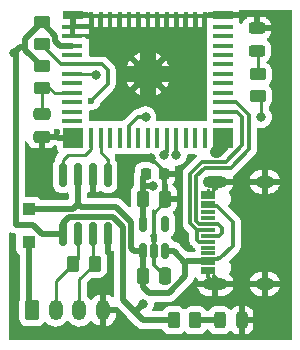
<source format=gbr>
%TF.GenerationSoftware,KiCad,Pcbnew,(6.0.7-1)-1*%
%TF.CreationDate,2022-11-24T20:11:50+01:00*%
%TF.ProjectId,Frost-ESP32,46726f73-742d-4455-9350-33322e6b6963,rev?*%
%TF.SameCoordinates,Original*%
%TF.FileFunction,Copper,L1,Top*%
%TF.FilePolarity,Positive*%
%FSLAX46Y46*%
G04 Gerber Fmt 4.6, Leading zero omitted, Abs format (unit mm)*
G04 Created by KiCad (PCBNEW (6.0.7-1)-1) date 2022-11-24 20:11:50*
%MOMM*%
%LPD*%
G01*
G04 APERTURE LIST*
G04 Aperture macros list*
%AMRoundRect*
0 Rectangle with rounded corners*
0 $1 Rounding radius*
0 $2 $3 $4 $5 $6 $7 $8 $9 X,Y pos of 4 corners*
0 Add a 4 corners polygon primitive as box body*
4,1,4,$2,$3,$4,$5,$6,$7,$8,$9,$2,$3,0*
0 Add four circle primitives for the rounded corners*
1,1,$1+$1,$2,$3*
1,1,$1+$1,$4,$5*
1,1,$1+$1,$6,$7*
1,1,$1+$1,$8,$9*
0 Add four rect primitives between the rounded corners*
20,1,$1+$1,$2,$3,$4,$5,0*
20,1,$1+$1,$4,$5,$6,$7,0*
20,1,$1+$1,$6,$7,$8,$9,0*
20,1,$1+$1,$8,$9,$2,$3,0*%
%AMFreePoly0*
4,1,6,0.725000,-0.725000,-0.725000,-0.725000,-0.725000,0.125000,-0.125000,0.725000,0.725000,0.725000,0.725000,-0.725000,0.725000,-0.725000,$1*%
G04 Aperture macros list end*
%TA.AperFunction,SMDPad,CuDef*%
%ADD10RoundRect,0.225000X-0.225000X-0.250000X0.225000X-0.250000X0.225000X0.250000X-0.225000X0.250000X0*%
%TD*%
%TA.AperFunction,SMDPad,CuDef*%
%ADD11RoundRect,0.250000X0.450000X-0.262500X0.450000X0.262500X-0.450000X0.262500X-0.450000X-0.262500X0*%
%TD*%
%TA.AperFunction,SMDPad,CuDef*%
%ADD12RoundRect,0.250000X-0.475000X0.250000X-0.475000X-0.250000X0.475000X-0.250000X0.475000X0.250000X0*%
%TD*%
%TA.AperFunction,SMDPad,CuDef*%
%ADD13R,1.150000X0.300000*%
%TD*%
%TA.AperFunction,ComponentPad*%
%ADD14O,2.100000X1.000000*%
%TD*%
%TA.AperFunction,ComponentPad*%
%ADD15O,1.600000X1.000000*%
%TD*%
%TA.AperFunction,SMDPad,CuDef*%
%ADD16RoundRect,0.243750X-0.456250X0.243750X-0.456250X-0.243750X0.456250X-0.243750X0.456250X0.243750X0*%
%TD*%
%TA.AperFunction,ComponentPad*%
%ADD17RoundRect,0.250000X-0.350000X-0.625000X0.350000X-0.625000X0.350000X0.625000X-0.350000X0.625000X0*%
%TD*%
%TA.AperFunction,ComponentPad*%
%ADD18O,1.200000X1.750000*%
%TD*%
%TA.AperFunction,SMDPad,CuDef*%
%ADD19RoundRect,0.250000X-0.250000X-0.475000X0.250000X-0.475000X0.250000X0.475000X-0.250000X0.475000X0*%
%TD*%
%TA.AperFunction,SMDPad,CuDef*%
%ADD20R,1.800000X0.400000*%
%TD*%
%TA.AperFunction,SMDPad,CuDef*%
%ADD21R,0.400000X1.800000*%
%TD*%
%TA.AperFunction,SMDPad,CuDef*%
%ADD22R,0.400000X0.800000*%
%TD*%
%TA.AperFunction,SMDPad,CuDef*%
%ADD23R,1.450000X1.450000*%
%TD*%
%TA.AperFunction,SMDPad,CuDef*%
%ADD24FreePoly0,0.000000*%
%TD*%
%TA.AperFunction,ComponentPad*%
%ADD25C,2.800000*%
%TD*%
%TA.AperFunction,SMDPad,CuDef*%
%ADD26R,1.700000X0.700000*%
%TD*%
%TA.AperFunction,SMDPad,CuDef*%
%ADD27R,1.700000X1.700000*%
%TD*%
%TA.AperFunction,SMDPad,CuDef*%
%ADD28RoundRect,0.250000X-0.262500X-0.450000X0.262500X-0.450000X0.262500X0.450000X-0.262500X0.450000X0*%
%TD*%
%TA.AperFunction,SMDPad,CuDef*%
%ADD29RoundRect,0.250000X-0.450000X0.262500X-0.450000X-0.262500X0.450000X-0.262500X0.450000X0.262500X0*%
%TD*%
%TA.AperFunction,SMDPad,CuDef*%
%ADD30RoundRect,0.243750X0.243750X0.456250X-0.243750X0.456250X-0.243750X-0.456250X0.243750X-0.456250X0*%
%TD*%
%TA.AperFunction,SMDPad,CuDef*%
%ADD31RoundRect,0.150000X0.150000X-0.512500X0.150000X0.512500X-0.150000X0.512500X-0.150000X-0.512500X0*%
%TD*%
%TA.AperFunction,SMDPad,CuDef*%
%ADD32RoundRect,0.250000X0.262500X0.450000X-0.262500X0.450000X-0.262500X-0.450000X0.262500X-0.450000X0*%
%TD*%
%TA.AperFunction,SMDPad,CuDef*%
%ADD33RoundRect,0.150000X-0.150000X0.825000X-0.150000X-0.825000X0.150000X-0.825000X0.150000X0.825000X0*%
%TD*%
%TA.AperFunction,SMDPad,CuDef*%
%ADD34R,1.100000X1.100000*%
%TD*%
%TA.AperFunction,ViaPad*%
%ADD35C,0.800000*%
%TD*%
%TA.AperFunction,ViaPad*%
%ADD36C,0.600000*%
%TD*%
%TA.AperFunction,Conductor*%
%ADD37C,0.500000*%
%TD*%
%TA.AperFunction,Conductor*%
%ADD38C,0.250000*%
%TD*%
%TA.AperFunction,Conductor*%
%ADD39C,1.000000*%
%TD*%
%TA.AperFunction,Conductor*%
%ADD40C,0.300000*%
%TD*%
G04 APERTURE END LIST*
D10*
%TO.P,C3,1*%
%TO.N,+3V3*%
X106125000Y-81400000D03*
%TO.P,C3,2*%
%TO.N,GND*%
X107675000Y-81400000D03*
%TD*%
D11*
%TO.P,R2,1*%
%TO.N,Net-(C4-Pad1)*%
X97300000Y-74112500D03*
%TO.P,R2,2*%
%TO.N,+3V3*%
X97300000Y-72287500D03*
%TD*%
D12*
%TO.P,C4,1*%
%TO.N,Net-(C4-Pad1)*%
X97300000Y-76350000D03*
%TO.P,C4,2*%
%TO.N,GND*%
X97300000Y-78250000D03*
%TD*%
D13*
%TO.P,J3,A1,GND*%
%TO.N,GND*%
X111430000Y-89750000D03*
%TO.P,J3,A4,VBUS*%
%TO.N,+5V*%
X111430000Y-88950000D03*
%TO.P,J3,A5,CC1*%
%TO.N,unconnected-(J3-PadA5)*%
X111430000Y-87650000D03*
%TO.P,J3,A6,D+*%
%TO.N,/USB_D+*%
X111430000Y-86650000D03*
%TO.P,J3,A7,D-*%
%TO.N,/USB_D-*%
X111430000Y-86150000D03*
%TO.P,J3,A8,SBU1*%
%TO.N,unconnected-(J3-PadA8)*%
X111430000Y-85150000D03*
%TO.P,J3,A9,VBUS*%
%TO.N,+5V*%
X111430000Y-83850000D03*
%TO.P,J3,A12,GND*%
%TO.N,GND*%
X111430000Y-83050000D03*
%TO.P,J3,B1,GND*%
X111430000Y-83350000D03*
%TO.P,J3,B4,VBUS*%
%TO.N,+5V*%
X111430000Y-84150000D03*
%TO.P,J3,B5,CC2*%
%TO.N,unconnected-(J3-PadB5)*%
X111430000Y-84650000D03*
%TO.P,J3,B6,D+*%
%TO.N,/USB_D+*%
X111430000Y-85650000D03*
%TO.P,J3,B7,D-*%
%TO.N,/USB_D-*%
X111430000Y-87150000D03*
%TO.P,J3,B8,SBU2*%
%TO.N,unconnected-(J3-PadB8)*%
X111430000Y-88150000D03*
%TO.P,J3,B9,VBUS*%
%TO.N,+5V*%
X111430000Y-88650000D03*
%TO.P,J3,B12,GND*%
%TO.N,GND*%
X111430000Y-89450000D03*
D14*
%TO.P,J3,S1,SHIELD*%
X111995000Y-82080000D03*
D15*
X116175000Y-90720000D03*
X116175000Y-82080000D03*
D14*
X111995000Y-90720000D03*
%TD*%
D16*
%TO.P,D3,1,K*%
%TO.N,GND*%
X115500000Y-69100000D03*
%TO.P,D3,2,A*%
%TO.N,Net-(D3-Pad2)*%
X115500000Y-70975000D03*
%TD*%
D17*
%TO.P,J2,1,Pin_1*%
%TO.N,Net-(D2-Pad2)*%
X96500000Y-92950000D03*
D18*
%TO.P,J2,2,Pin_2*%
%TO.N,/CANL*%
X98500000Y-92950000D03*
%TO.P,J2,3,Pin_3*%
%TO.N,/CANH*%
X100500000Y-92950000D03*
%TO.P,J2,4,Pin_4*%
%TO.N,GND*%
X102500000Y-92950000D03*
%TD*%
D19*
%TO.P,C1,1*%
%TO.N,+5V*%
X105850000Y-90100000D03*
%TO.P,C1,2*%
%TO.N,GND*%
X107750000Y-90100000D03*
%TD*%
D20*
%TO.P,U1,1,GND*%
%TO.N,GND*%
X99900000Y-68950000D03*
%TO.P,U1,2,GND*%
X99900000Y-69750000D03*
%TO.P,U1,3,3V3*%
%TO.N,+3V3*%
X99900000Y-70550000D03*
%TO.P,U1,4,NC*%
%TO.N,unconnected-(U1-Pad4)*%
X99900000Y-71350000D03*
%TO.P,U1,5,GPIO2/ADC1_CH2*%
%TO.N,/MISO*%
X99900000Y-72150000D03*
%TO.P,U1,6,GPIO3/ADC1_CH3*%
%TO.N,/LED*%
X99900000Y-72950000D03*
%TO.P,U1,7,NC*%
%TO.N,unconnected-(U1-Pad7)*%
X99900000Y-73750000D03*
%TO.P,U1,8,EN/CHIP_PU*%
%TO.N,Net-(C4-Pad1)*%
X99900000Y-74550000D03*
%TO.P,U1,9,NC*%
%TO.N,unconnected-(U1-Pad9)*%
X99900000Y-75350000D03*
%TO.P,U1,10,NC*%
%TO.N,unconnected-(U1-Pad10)*%
X99900000Y-76150000D03*
%TO.P,U1,11*%
%TO.N,N/C*%
X99900000Y-76950000D03*
D21*
%TO.P,U1,12,GPIO0/ADC1_CH0/XTAL_32K_P*%
%TO.N,/CAN_RX*%
X101500000Y-78350000D03*
%TO.P,U1,13,GPIO1/ADC1_CH1/XTAL_32K_N*%
%TO.N,/CAN_TX*%
X102300000Y-78350000D03*
%TO.P,U1,14*%
%TO.N,N/C*%
X103100000Y-78350000D03*
%TO.P,U1,15,NC*%
%TO.N,unconnected-(U1-Pad15)*%
X103900000Y-78350000D03*
%TO.P,U1,16,GPIO10*%
%TO.N,/CS*%
X104700000Y-78350000D03*
%TO.P,U1,17,NC*%
%TO.N,unconnected-(U1-Pad17)*%
X105500000Y-78350000D03*
%TO.P,U1,18,GPIO4/ADC1_CH4*%
%TO.N,unconnected-(U1-Pad18)*%
X106300000Y-78350000D03*
%TO.P,U1,19,GPIO5/ADC2_CH0*%
%TO.N,unconnected-(U1-Pad19)*%
X107100000Y-78350000D03*
%TO.P,U1,20,GPIO6*%
%TO.N,/CLK*%
X107900000Y-78350000D03*
%TO.P,U1,21,GPIO7*%
%TO.N,/MOSI*%
X108700000Y-78350000D03*
%TO.P,U1,22,GPIO8*%
%TO.N,unconnected-(U1-Pad22)*%
X109500000Y-78350000D03*
%TO.P,U1,23,GPIO9*%
%TO.N,unconnected-(U1-Pad23)*%
X110300000Y-78350000D03*
%TO.P,U1,24,NC*%
%TO.N,unconnected-(U1-Pad24)*%
X111100000Y-78350000D03*
D20*
%TO.P,U1,25,NC*%
%TO.N,unconnected-(U1-Pad25)*%
X112700000Y-76950000D03*
%TO.P,U1,26,GPIO18/USB_D-*%
%TO.N,/USB_D-*%
X112700000Y-76150000D03*
%TO.P,U1,27,GPIO19/USB_D+*%
%TO.N,/USB_D+*%
X112700000Y-75350000D03*
%TO.P,U1,28,NC*%
%TO.N,unconnected-(U1-Pad28)*%
X112700000Y-74550000D03*
%TO.P,U1,29,NC*%
%TO.N,unconnected-(U1-Pad29)*%
X112700000Y-73750000D03*
%TO.P,U1,30,GPIO20/U0RXD*%
%TO.N,/RX*%
X112700000Y-72950000D03*
%TO.P,U1,31,GPIO21/U0TXD*%
%TO.N,/TX*%
X112700000Y-72150000D03*
%TO.P,U1,32,NC*%
%TO.N,unconnected-(U1-Pad32)*%
X112700000Y-71350000D03*
%TO.P,U1,33,NC*%
%TO.N,unconnected-(U1-Pad33)*%
X112700000Y-70550000D03*
%TO.P,U1,34,NC*%
%TO.N,unconnected-(U1-Pad34)*%
X112700000Y-69750000D03*
%TO.P,U1,35,NC*%
%TO.N,unconnected-(U1-Pad35)*%
X112700000Y-68950000D03*
D22*
%TO.P,U1,36,GND*%
%TO.N,GND*%
X111100000Y-68050000D03*
%TO.P,U1,37,GND*%
X110300000Y-68050000D03*
%TO.P,U1,38,GND*%
X109500000Y-68050000D03*
%TO.P,U1,39,GND*%
X108700000Y-68050000D03*
%TO.P,U1,40,GND*%
X107900000Y-68050000D03*
%TO.P,U1,41,GND*%
X107100000Y-68050000D03*
%TO.P,U1,42,GND*%
X106300000Y-68050000D03*
%TO.P,U1,43,GND*%
X105500000Y-68050000D03*
%TO.P,U1,44,GND*%
X104700000Y-68050000D03*
%TO.P,U1,45,GND*%
X103900000Y-68050000D03*
%TO.P,U1,46,GND*%
X103100000Y-68050000D03*
%TO.P,U1,47,GND*%
X102300000Y-68050000D03*
%TO.P,U1,48,GND*%
X101500000Y-68050000D03*
D23*
%TO.P,U1,49,GND*%
X108275000Y-70975000D03*
X104325000Y-74925000D03*
X106300000Y-70975000D03*
D24*
X104325000Y-70975000D03*
D23*
X104325000Y-72950000D03*
X108275000Y-72950000D03*
D25*
X106300000Y-72950000D03*
D23*
X108275000Y-74925000D03*
X106300000Y-74925000D03*
D26*
%TO.P,U1,50,GND*%
X112650000Y-68000000D03*
D27*
%TO.P,U1,51,GND*%
X112650000Y-78350000D03*
%TO.P,U1,52,GND*%
X99950000Y-78350000D03*
D26*
%TO.P,U1,53,GND*%
X99950000Y-68000000D03*
%TD*%
D28*
%TO.P,R1,1*%
%TO.N,+3V3*%
X108487500Y-93800000D03*
%TO.P,R1,2*%
%TO.N,Net-(D1-Pad2)*%
X110312500Y-93800000D03*
%TD*%
D19*
%TO.P,C2,1*%
%TO.N,+3V3*%
X105850000Y-83500000D03*
%TO.P,C2,2*%
%TO.N,GND*%
X107750000Y-83500000D03*
%TD*%
D29*
%TO.P,R3,1*%
%TO.N,+3V3*%
X97300000Y-68587500D03*
%TO.P,R3,2*%
%TO.N,/MISO*%
X97300000Y-70412500D03*
%TD*%
D11*
%TO.P,R5,1*%
%TO.N,/LED*%
X115600000Y-74812500D03*
%TO.P,R5,2*%
%TO.N,Net-(D3-Pad2)*%
X115600000Y-72987500D03*
%TD*%
D30*
%TO.P,D1,1,K*%
%TO.N,GND*%
X114237500Y-93800000D03*
%TO.P,D1,2,A*%
%TO.N,Net-(D1-Pad2)*%
X112362500Y-93800000D03*
%TD*%
D31*
%TO.P,U2,1,VIN*%
%TO.N,+5V*%
X105850000Y-87937500D03*
%TO.P,U2,2,GND*%
%TO.N,GND*%
X106800000Y-87937500D03*
%TO.P,U2,3,EN*%
%TO.N,+5V*%
X107750000Y-87937500D03*
%TO.P,U2,4,NC*%
%TO.N,unconnected-(U2-Pad4)*%
X107750000Y-85662500D03*
%TO.P,U2,5,VOUT*%
%TO.N,+3V3*%
X105850000Y-85662500D03*
%TD*%
D32*
%TO.P,R4,1*%
%TO.N,/CANH*%
X101812500Y-89000000D03*
%TO.P,R4,2*%
%TO.N,/CANL*%
X99987500Y-89000000D03*
%TD*%
D33*
%TO.P,U3,1,TXD*%
%TO.N,/CAN_TX*%
X102905000Y-81525000D03*
%TO.P,U3,2,GND*%
%TO.N,GND*%
X101635000Y-81525000D03*
%TO.P,U3,3,VCC*%
%TO.N,+5V*%
X100365000Y-81525000D03*
%TO.P,U3,4,RXD*%
%TO.N,/CAN_RX*%
X99095000Y-81525000D03*
%TO.P,U3,5,VIO*%
%TO.N,+3V3*%
X99095000Y-86475000D03*
%TO.P,U3,6,CANL*%
%TO.N,/CANL*%
X100365000Y-86475000D03*
%TO.P,U3,7,CANH*%
%TO.N,/CANH*%
X101635000Y-86475000D03*
%TO.P,U3,8,S*%
%TO.N,GND*%
X102905000Y-86475000D03*
%TD*%
D34*
%TO.P,D2,1,K*%
%TO.N,+5V*%
X96200000Y-84400000D03*
%TO.P,D2,2,A*%
%TO.N,Net-(D2-Pad2)*%
X96200000Y-87200000D03*
%TD*%
D35*
%TO.N,+3V3*%
X95000000Y-71200000D03*
X105900000Y-92400000D03*
X106700000Y-82400000D03*
D36*
%TO.N,GND*%
X98600000Y-77900000D03*
D35*
X106600000Y-80100000D03*
D36*
X112100000Y-79600000D03*
X103200000Y-90500000D03*
D35*
%TO.N,/LED*%
X115900000Y-76600000D03*
X101900000Y-73000000D03*
%TO.N,/CS*%
X106100000Y-76600000D03*
%TO.N,/MOSI*%
X108700000Y-79800000D03*
%TO.N,/CLK*%
X107670271Y-79830226D03*
D36*
%TO.N,/MISO*%
X101500000Y-75200000D03*
%TD*%
D37*
%TO.N,+3V3*%
X104200000Y-92100000D02*
X104200000Y-85936396D01*
X105850000Y-83500000D02*
X105850000Y-85662500D01*
X95900000Y-70887500D02*
X95900000Y-70700000D01*
X95000000Y-71200000D02*
X95500000Y-70700000D01*
X105900000Y-93800000D02*
X105050000Y-92950000D01*
X105350000Y-92950000D02*
X105900000Y-92400000D01*
X104200000Y-85936396D02*
X104189924Y-85936396D01*
X97375000Y-86475000D02*
X96600000Y-85700000D01*
X97300000Y-72287500D02*
X95900000Y-70887500D01*
X105850000Y-82450000D02*
X105850000Y-81675000D01*
X105900000Y-82400000D02*
X105850000Y-82450000D01*
X95500000Y-70700000D02*
X95900000Y-70700000D01*
X98450000Y-70150000D02*
X98850000Y-70550000D01*
X97300000Y-68587500D02*
X98450000Y-69737500D01*
X99095000Y-86475000D02*
X97375000Y-86475000D01*
X105850000Y-83500000D02*
X105850000Y-82450000D01*
X108487500Y-93800000D02*
X105900000Y-93800000D01*
X95100000Y-71300000D02*
X95000000Y-71200000D01*
X105850000Y-81675000D02*
X106125000Y-81400000D01*
X105050000Y-92950000D02*
X104200000Y-92100000D01*
X96600000Y-85700000D02*
X95100000Y-85700000D01*
X104189924Y-85936396D02*
X103303528Y-85050000D01*
X99095000Y-85605000D02*
X99095000Y-86475000D01*
X95900000Y-70700000D02*
X95900000Y-69987500D01*
X103303528Y-85050000D02*
X99650000Y-85050000D01*
X95900000Y-69987500D02*
X97300000Y-68587500D01*
X99650000Y-85050000D02*
X99095000Y-85605000D01*
X98850000Y-70550000D02*
X99900000Y-70550000D01*
X95100000Y-85700000D02*
X95100000Y-71300000D01*
X106700000Y-82400000D02*
X105900000Y-82400000D01*
X105050000Y-92950000D02*
X105350000Y-92950000D01*
X98450000Y-69737500D02*
X98450000Y-70150000D01*
D38*
%TO.N,GND*%
X102905000Y-87314502D02*
X102905000Y-86475000D01*
D39*
X112650000Y-79050000D02*
X112150000Y-79550000D01*
D40*
X107675000Y-81175000D02*
X106600000Y-80100000D01*
D38*
X107750000Y-83500000D02*
X107750000Y-83750000D01*
D40*
X98650000Y-78350000D02*
X97400000Y-78350000D01*
X106800000Y-89150000D02*
X107750000Y-90100000D01*
X99950000Y-78350000D02*
X98650000Y-78350000D01*
X111430000Y-89750000D02*
X111430000Y-90155000D01*
D38*
X102905000Y-86475000D02*
X103000000Y-86570000D01*
D40*
X107675000Y-81400000D02*
X107675000Y-81175000D01*
X97400000Y-78350000D02*
X97300000Y-78250000D01*
D38*
X103000000Y-90300000D02*
X103200000Y-90500000D01*
D40*
X107675000Y-81400000D02*
X107675000Y-83425000D01*
D38*
X107750000Y-83750000D02*
X106800000Y-84700000D01*
D40*
X98600000Y-78300000D02*
X98600000Y-77900000D01*
D38*
X106800000Y-84700000D02*
X106800000Y-87300000D01*
D39*
X112650000Y-78350000D02*
X112650000Y-79050000D01*
D40*
X107675000Y-83425000D02*
X107750000Y-83500000D01*
D39*
X112150000Y-79550000D02*
X112100000Y-79550000D01*
D40*
X111430000Y-90155000D02*
X111995000Y-90720000D01*
X106800000Y-87937500D02*
X106800000Y-89150000D01*
X98650000Y-78350000D02*
X98600000Y-78300000D01*
D38*
X103000000Y-86570000D02*
X103000000Y-90300000D01*
%TO.N,Net-(C4-Pad1)*%
X97300000Y-74112500D02*
X97912500Y-74112500D01*
X97912500Y-74112500D02*
X98400000Y-74600000D01*
X98450000Y-74550000D02*
X99900000Y-74550000D01*
X97300000Y-76350000D02*
X97300000Y-74112500D01*
X98400000Y-74600000D02*
X98450000Y-74550000D01*
%TO.N,/CANH*%
X101635000Y-86475000D02*
X101635000Y-88822500D01*
X101635000Y-88822500D02*
X101812500Y-89000000D01*
X100500000Y-90312500D02*
X100500000Y-92950000D01*
X101812500Y-89000000D02*
X100500000Y-90312500D01*
%TO.N,/CANL*%
X98500000Y-90487500D02*
X98500000Y-92950000D01*
X99987500Y-89000000D02*
X100365000Y-88622500D01*
X99987500Y-89000000D02*
X98500000Y-90487500D01*
X100365000Y-88622500D02*
X100365000Y-86475000D01*
D37*
%TO.N,+5V*%
X99310050Y-84400000D02*
X99360051Y-84350000D01*
X99360051Y-84350000D02*
X99950000Y-84350000D01*
X105850000Y-90950000D02*
X106400000Y-91500000D01*
D40*
X112150000Y-84150000D02*
X113500000Y-85500000D01*
D37*
X100365000Y-83935000D02*
X100365000Y-83035000D01*
X107750000Y-87937500D02*
X108467398Y-87937500D01*
X109650000Y-88750000D02*
X111430000Y-88750000D01*
D40*
X112235001Y-88564999D02*
X112200000Y-88600000D01*
X113500000Y-85500000D02*
X113500000Y-87500000D01*
D37*
X105850000Y-90100000D02*
X105850000Y-90950000D01*
X100365000Y-83035000D02*
X100365000Y-83965000D01*
X106400000Y-91500000D02*
X108064949Y-91500000D01*
D40*
X111430000Y-84150000D02*
X112150000Y-84150000D01*
D37*
X103600000Y-84200000D02*
X104900000Y-85500000D01*
X100365000Y-83965000D02*
X100600000Y-84200000D01*
D40*
X111430000Y-88650000D02*
X112100000Y-88650000D01*
D37*
X96200000Y-84400000D02*
X99310050Y-84400000D01*
X105850000Y-87937500D02*
X105850000Y-90100000D01*
D40*
X113500000Y-87500000D02*
X112435001Y-88564999D01*
D37*
X105137500Y-87937500D02*
X105850000Y-87937500D01*
X108467398Y-87937500D02*
X109464949Y-88935051D01*
X100365000Y-83035000D02*
X100365000Y-81525000D01*
X100600000Y-84200000D02*
X103600000Y-84200000D01*
X99950000Y-84350000D02*
X100365000Y-83935000D01*
X109464949Y-88935051D02*
X109650000Y-88750000D01*
D40*
X112435001Y-88564999D02*
X112235001Y-88564999D01*
D37*
X109464949Y-90100000D02*
X109464949Y-88935051D01*
X104900000Y-85500000D02*
X104900000Y-87700000D01*
X104900000Y-87700000D02*
X105137500Y-87937500D01*
X108064949Y-91500000D02*
X109464949Y-90100000D01*
D40*
%TO.N,/USB_D+*%
X114900000Y-76450000D02*
X114900000Y-79300000D01*
X114900000Y-79300000D02*
X113300000Y-80900000D01*
X112600000Y-86000000D02*
X112600000Y-86400000D01*
X111107106Y-80900000D02*
X110400000Y-81607106D01*
X112700000Y-75350000D02*
X113800000Y-75350000D01*
X110400000Y-81607106D02*
X110400000Y-85392894D01*
X110400000Y-85392894D02*
X110657106Y-85650000D01*
X112600000Y-86400000D02*
X112350000Y-86650000D01*
X113300000Y-80900000D02*
X111107106Y-80900000D01*
X112250000Y-85650000D02*
X112600000Y-86000000D01*
X112350000Y-86650000D02*
X111430000Y-86650000D01*
X113800000Y-75350000D02*
X114900000Y-76450000D01*
X111430000Y-85650000D02*
X112250000Y-85650000D01*
X110657106Y-85650000D02*
X111430000Y-85650000D01*
%TO.N,/USB_D-*%
X112700000Y-76150000D02*
X113850000Y-76150000D01*
X114300000Y-76600000D02*
X114300000Y-79000000D01*
X109900000Y-81400000D02*
X109900000Y-85600000D01*
X114300000Y-79000000D02*
X112900000Y-80400000D01*
X111430000Y-87150000D02*
X110605000Y-87150000D01*
X112900000Y-80400000D02*
X110900000Y-80400000D01*
X109900000Y-85600000D02*
X110450000Y-86150000D01*
X110450000Y-86995000D02*
X110450000Y-86150000D01*
X110900000Y-80400000D02*
X109900000Y-81400000D01*
X113850000Y-76150000D02*
X114300000Y-76600000D01*
X110605000Y-87150000D02*
X110450000Y-86995000D01*
X110450000Y-86150000D02*
X111430000Y-86150000D01*
D37*
%TO.N,Net-(D2-Pad2)*%
X96500000Y-92950000D02*
X96200000Y-92650000D01*
X96200000Y-92650000D02*
X96200000Y-87200000D01*
D38*
%TO.N,/LED*%
X115900000Y-76600000D02*
X115900000Y-75112500D01*
X99900000Y-72950000D02*
X101850000Y-72950000D01*
X115900000Y-75112500D02*
X115600000Y-74812500D01*
X101850000Y-72950000D02*
X101900000Y-73000000D01*
%TO.N,/CAN_RX*%
X99095000Y-81525000D02*
X99095000Y-80205000D01*
X99500000Y-79800000D02*
X101000000Y-79800000D01*
X99095000Y-80205000D02*
X99500000Y-79800000D01*
X101500000Y-79300000D02*
X101500000Y-78350000D01*
X101000000Y-79800000D02*
X101500000Y-79300000D01*
%TO.N,/CAN_TX*%
X102300000Y-78350000D02*
X102300000Y-79600000D01*
X102300000Y-79600000D02*
X102905000Y-80205000D01*
X102905000Y-80205000D02*
X102905000Y-81525000D01*
D37*
%TO.N,Net-(D1-Pad2)*%
X110312500Y-93800000D02*
X112362500Y-93800000D01*
D38*
%TO.N,Net-(D3-Pad2)*%
X115600000Y-72987500D02*
X115600000Y-71075000D01*
X115600000Y-71075000D02*
X115500000Y-70975000D01*
D40*
%TO.N,/CS*%
X105450000Y-76600000D02*
X104700000Y-77350000D01*
X106100000Y-76600000D02*
X105450000Y-76600000D01*
X104700000Y-77350000D02*
X104700000Y-78350000D01*
%TO.N,/MOSI*%
X108700000Y-79800000D02*
X108700000Y-78350000D01*
%TO.N,/CLK*%
X107900000Y-79600497D02*
X107670271Y-79830226D01*
X107900000Y-78350000D02*
X107900000Y-79600497D01*
%TO.N,/MISO*%
X102450000Y-72150000D02*
X99900000Y-72150000D01*
X102900000Y-72600000D02*
X102450000Y-72150000D01*
X101500000Y-75200000D02*
X102900000Y-73800000D01*
X102900000Y-73800000D02*
X102900000Y-72600000D01*
D38*
X97300000Y-70500000D02*
X98950000Y-72150000D01*
X98950000Y-72150000D02*
X99900000Y-72150000D01*
X97300000Y-70412500D02*
X97300000Y-70500000D01*
%TD*%
%TA.AperFunction,Conductor*%
%TO.N,GND*%
G36*
X118433621Y-67520002D02*
G01*
X118480114Y-67573658D01*
X118491500Y-67626000D01*
X118491500Y-95365500D01*
X118471498Y-95433621D01*
X118417842Y-95480114D01*
X118365500Y-95491500D01*
X94634500Y-95491500D01*
X94566379Y-95471498D01*
X94519886Y-95417842D01*
X94508500Y-95365500D01*
X94508500Y-86455473D01*
X94528502Y-86387352D01*
X94582158Y-86340859D01*
X94652432Y-86330755D01*
X94691802Y-86343257D01*
X94733736Y-86364670D01*
X94739719Y-86367932D01*
X94789159Y-86396649D01*
X94789161Y-86396650D01*
X94795490Y-86400326D01*
X94802494Y-86402447D01*
X94802498Y-86402449D01*
X94804575Y-86403078D01*
X94825351Y-86411451D01*
X94833808Y-86415769D01*
X94896495Y-86431108D01*
X94903012Y-86432891D01*
X94964767Y-86451595D01*
X94974017Y-86452169D01*
X94974246Y-86452183D01*
X94996383Y-86455551D01*
X95000154Y-86456474D01*
X95000166Y-86456476D01*
X95005610Y-86457808D01*
X95013921Y-86458324D01*
X95014795Y-86458378D01*
X95014800Y-86458378D01*
X95016764Y-86458500D01*
X95018737Y-86458500D01*
X95020547Y-86458556D01*
X95088016Y-86480658D01*
X95132825Y-86535727D01*
X95141460Y-86595040D01*
X95142053Y-86595072D01*
X95141894Y-86598015D01*
X95141908Y-86598112D01*
X95141500Y-86601866D01*
X95141500Y-87798134D01*
X95148255Y-87860316D01*
X95199385Y-87996705D01*
X95286739Y-88113261D01*
X95293919Y-88118642D01*
X95391065Y-88191449D01*
X95433580Y-88248308D01*
X95441500Y-88292275D01*
X95441500Y-92031312D01*
X95435093Y-92070978D01*
X95402203Y-92170139D01*
X95401503Y-92176975D01*
X95401502Y-92176978D01*
X95400902Y-92182833D01*
X95391500Y-92274600D01*
X95391500Y-93625400D01*
X95402474Y-93731166D01*
X95458450Y-93898946D01*
X95551522Y-94049348D01*
X95676697Y-94174305D01*
X95682927Y-94178145D01*
X95682928Y-94178146D01*
X95820090Y-94262694D01*
X95827262Y-94267115D01*
X95863942Y-94279281D01*
X95988611Y-94320632D01*
X95988613Y-94320632D01*
X95995139Y-94322797D01*
X96001975Y-94323497D01*
X96001978Y-94323498D01*
X96040386Y-94327433D01*
X96099600Y-94333500D01*
X96900400Y-94333500D01*
X96903646Y-94333163D01*
X96903650Y-94333163D01*
X96999308Y-94323238D01*
X96999312Y-94323237D01*
X97006166Y-94322526D01*
X97012702Y-94320345D01*
X97012704Y-94320345D01*
X97148867Y-94274917D01*
X97173946Y-94266550D01*
X97324348Y-94173478D01*
X97449305Y-94048303D01*
X97481075Y-93996764D01*
X97533846Y-93949271D01*
X97603918Y-93937847D01*
X97669042Y-93966121D01*
X97687418Y-93985045D01*
X97693604Y-93992920D01*
X97698135Y-93996852D01*
X97698138Y-93996855D01*
X97783620Y-94071032D01*
X97853363Y-94131552D01*
X97858549Y-94134552D01*
X97858553Y-94134555D01*
X97954957Y-94190326D01*
X98036454Y-94237473D01*
X98236271Y-94306861D01*
X98242206Y-94307722D01*
X98242208Y-94307722D01*
X98439664Y-94336352D01*
X98439667Y-94336352D01*
X98445604Y-94337213D01*
X98656899Y-94327433D01*
X98788758Y-94295655D01*
X98856701Y-94279281D01*
X98856703Y-94279280D01*
X98862534Y-94277875D01*
X98867992Y-94275393D01*
X98867996Y-94275392D01*
X98983041Y-94223084D01*
X99055087Y-94190326D01*
X99227611Y-94067946D01*
X99373881Y-93915150D01*
X99385124Y-93897738D01*
X99394746Y-93882837D01*
X99448501Y-93836460D01*
X99518797Y-93826507D01*
X99583314Y-93856139D01*
X99599681Y-93873351D01*
X99693604Y-93992920D01*
X99698135Y-93996852D01*
X99698138Y-93996855D01*
X99783620Y-94071032D01*
X99853363Y-94131552D01*
X99858549Y-94134552D01*
X99858553Y-94134555D01*
X99954957Y-94190326D01*
X100036454Y-94237473D01*
X100236271Y-94306861D01*
X100242206Y-94307722D01*
X100242208Y-94307722D01*
X100439664Y-94336352D01*
X100439667Y-94336352D01*
X100445604Y-94337213D01*
X100656899Y-94327433D01*
X100788758Y-94295655D01*
X100856701Y-94279281D01*
X100856703Y-94279280D01*
X100862534Y-94277875D01*
X100867992Y-94275393D01*
X100867996Y-94275392D01*
X100983041Y-94223084D01*
X101055087Y-94190326D01*
X101227611Y-94067946D01*
X101373881Y-93915150D01*
X101377130Y-93910119D01*
X101377135Y-93910112D01*
X101395033Y-93882393D01*
X101448789Y-93836016D01*
X101519085Y-93826063D01*
X101583602Y-93855696D01*
X101599970Y-93872909D01*
X101690262Y-93987857D01*
X101698499Y-93996506D01*
X101849123Y-94127212D01*
X101858847Y-94134147D01*
X102031467Y-94234010D01*
X102042331Y-94238984D01*
X102230727Y-94304407D01*
X102231716Y-94304648D01*
X102242008Y-94303180D01*
X102246000Y-94289615D01*
X102246000Y-94285402D01*
X102754000Y-94285402D01*
X102757973Y-94298933D01*
X102767399Y-94300288D01*
X102856537Y-94278806D01*
X102867832Y-94274917D01*
X103049382Y-94192371D01*
X103059724Y-94186424D01*
X103222397Y-94071032D01*
X103231425Y-94063239D01*
X103369342Y-93919169D01*
X103376738Y-93909804D01*
X103484921Y-93742259D01*
X103490417Y-93731655D01*
X103564961Y-93546688D01*
X103568355Y-93535230D01*
X103606857Y-93338072D01*
X103607934Y-93329209D01*
X103608000Y-93326500D01*
X103608000Y-93222115D01*
X103603525Y-93206876D01*
X103602135Y-93205671D01*
X103594452Y-93204000D01*
X102772115Y-93204000D01*
X102756876Y-93208475D01*
X102755671Y-93209865D01*
X102754000Y-93217548D01*
X102754000Y-94285402D01*
X102246000Y-94285402D01*
X102246000Y-91614598D01*
X102242027Y-91601067D01*
X102232601Y-91599712D01*
X102143463Y-91621194D01*
X102132168Y-91625083D01*
X101950618Y-91707629D01*
X101940276Y-91713576D01*
X101777603Y-91828968D01*
X101768575Y-91836761D01*
X101630658Y-91980831D01*
X101623259Y-91990200D01*
X101605582Y-92017577D01*
X101551828Y-92063955D01*
X101481532Y-92073909D01*
X101417015Y-92044278D01*
X101400644Y-92027063D01*
X101310102Y-91911798D01*
X101306396Y-91907080D01*
X101176918Y-91794725D01*
X101138579Y-91734973D01*
X101133500Y-91699561D01*
X101133500Y-90627094D01*
X101153502Y-90558973D01*
X101170405Y-90537999D01*
X101462999Y-90245405D01*
X101525311Y-90211379D01*
X101552094Y-90208500D01*
X102125400Y-90208500D01*
X102128646Y-90208163D01*
X102128650Y-90208163D01*
X102224308Y-90198238D01*
X102224312Y-90198237D01*
X102231166Y-90197526D01*
X102237702Y-90195345D01*
X102237704Y-90195345D01*
X102391998Y-90143868D01*
X102398946Y-90141550D01*
X102549348Y-90048478D01*
X102674305Y-89923303D01*
X102755243Y-89791998D01*
X102763275Y-89778968D01*
X102763276Y-89778966D01*
X102767115Y-89772738D01*
X102797159Y-89682158D01*
X102820632Y-89611389D01*
X102820632Y-89611387D01*
X102822797Y-89604861D01*
X102833500Y-89500400D01*
X102833500Y-88499600D01*
X102822526Y-88393834D01*
X102766550Y-88226054D01*
X102673478Y-88075652D01*
X102668297Y-88070480D01*
X102668182Y-88070335D01*
X102641546Y-88004524D01*
X102651000Y-87947132D01*
X102651000Y-86347000D01*
X102671002Y-86278879D01*
X102724658Y-86232386D01*
X102777000Y-86221000D01*
X103033000Y-86221000D01*
X103101121Y-86241002D01*
X103147614Y-86294658D01*
X103159000Y-86347000D01*
X103159000Y-87936878D01*
X103162973Y-87950409D01*
X103170871Y-87951544D01*
X103280346Y-87919738D01*
X103351343Y-87919941D01*
X103410959Y-87958494D01*
X103440268Y-88023159D01*
X103441500Y-88040735D01*
X103441500Y-91748817D01*
X103421498Y-91816938D01*
X103367842Y-91863431D01*
X103297568Y-91873535D01*
X103232919Y-91843982D01*
X103150876Y-91772788D01*
X103141153Y-91765853D01*
X102968533Y-91665990D01*
X102957669Y-91661016D01*
X102769273Y-91595593D01*
X102768284Y-91595352D01*
X102757992Y-91596820D01*
X102754000Y-91610385D01*
X102754000Y-92677885D01*
X102758475Y-92693124D01*
X102759865Y-92694329D01*
X102767548Y-92696000D01*
X103589885Y-92696000D01*
X103621302Y-92686775D01*
X103692298Y-92686775D01*
X103745895Y-92718576D01*
X104466230Y-93438911D01*
X104478616Y-93453323D01*
X104487149Y-93464918D01*
X104487154Y-93464923D01*
X104491492Y-93470818D01*
X104497070Y-93475557D01*
X104497073Y-93475560D01*
X104531768Y-93505035D01*
X104539284Y-93511965D01*
X105316230Y-94288911D01*
X105328616Y-94303323D01*
X105337149Y-94314918D01*
X105337154Y-94314923D01*
X105341492Y-94320818D01*
X105347070Y-94325557D01*
X105347073Y-94325560D01*
X105381768Y-94355035D01*
X105389284Y-94361965D01*
X105394980Y-94367661D01*
X105397841Y-94369924D01*
X105397846Y-94369929D01*
X105417266Y-94385293D01*
X105420667Y-94388082D01*
X105453835Y-94416260D01*
X105476285Y-94435333D01*
X105482805Y-94438662D01*
X105487852Y-94442028D01*
X105492976Y-94445193D01*
X105498717Y-94449735D01*
X105505348Y-94452834D01*
X105505351Y-94452836D01*
X105564830Y-94480634D01*
X105568776Y-94482562D01*
X105633808Y-94515769D01*
X105640914Y-94517508D01*
X105646564Y-94519609D01*
X105652321Y-94521524D01*
X105658950Y-94524622D01*
X105730435Y-94539491D01*
X105734701Y-94540457D01*
X105805610Y-94557808D01*
X105811212Y-94558156D01*
X105811215Y-94558156D01*
X105816764Y-94558500D01*
X105816762Y-94558535D01*
X105820734Y-94558775D01*
X105824955Y-94559152D01*
X105832115Y-94560641D01*
X105909542Y-94558546D01*
X105912950Y-94558500D01*
X107453689Y-94558500D01*
X107521810Y-94578502D01*
X107560833Y-94618196D01*
X107626522Y-94724348D01*
X107751697Y-94849305D01*
X107757927Y-94853145D01*
X107757928Y-94853146D01*
X107895246Y-94937790D01*
X107902262Y-94942115D01*
X107909480Y-94944509D01*
X108063611Y-94995632D01*
X108063613Y-94995632D01*
X108070139Y-94997797D01*
X108076975Y-94998497D01*
X108076978Y-94998498D01*
X108120031Y-95002909D01*
X108174600Y-95008500D01*
X108800400Y-95008500D01*
X108803646Y-95008163D01*
X108803650Y-95008163D01*
X108899308Y-94998238D01*
X108899312Y-94998237D01*
X108906166Y-94997526D01*
X108912702Y-94995345D01*
X108912704Y-94995345D01*
X109065077Y-94944509D01*
X109073946Y-94941550D01*
X109224348Y-94848478D01*
X109310784Y-94761891D01*
X109373066Y-94727812D01*
X109443886Y-94732815D01*
X109488976Y-94761736D01*
X109576697Y-94849305D01*
X109582927Y-94853145D01*
X109582928Y-94853146D01*
X109720246Y-94937790D01*
X109727262Y-94942115D01*
X109734480Y-94944509D01*
X109888611Y-94995632D01*
X109888613Y-94995632D01*
X109895139Y-94997797D01*
X109901975Y-94998497D01*
X109901978Y-94998498D01*
X109945031Y-95002909D01*
X109999600Y-95008500D01*
X110625400Y-95008500D01*
X110628646Y-95008163D01*
X110628650Y-95008163D01*
X110724308Y-94998238D01*
X110724312Y-94998237D01*
X110731166Y-94997526D01*
X110737702Y-94995345D01*
X110737704Y-94995345D01*
X110890077Y-94944509D01*
X110898946Y-94941550D01*
X111049348Y-94848478D01*
X111174305Y-94723303D01*
X111238979Y-94618383D01*
X111291750Y-94570891D01*
X111346238Y-94558500D01*
X111350922Y-94558500D01*
X111419043Y-94578502D01*
X111458065Y-94618196D01*
X111525203Y-94726689D01*
X111649347Y-94850617D01*
X111798671Y-94942661D01*
X111805619Y-94944966D01*
X111805620Y-94944966D01*
X111958634Y-94995719D01*
X111958636Y-94995719D01*
X111965165Y-94997885D01*
X112068769Y-95008500D01*
X112360234Y-95008500D01*
X112656230Y-95008499D01*
X112761129Y-94997616D01*
X112767660Y-94995437D01*
X112767665Y-94995436D01*
X112920578Y-94944420D01*
X112927526Y-94942102D01*
X113076689Y-94849797D01*
X113200617Y-94725653D01*
X113202614Y-94722413D01*
X113259352Y-94682186D01*
X113330275Y-94678953D01*
X113391687Y-94714578D01*
X113399066Y-94723078D01*
X113405782Y-94731552D01*
X113519479Y-94845051D01*
X113530890Y-94854063D01*
X113667654Y-94938365D01*
X113680832Y-94944509D01*
X113833740Y-94995227D01*
X113847106Y-94998093D01*
X113940601Y-95007672D01*
X113947016Y-95008000D01*
X113965385Y-95008000D01*
X113980624Y-95003525D01*
X113981829Y-95002135D01*
X113983500Y-94994452D01*
X113983500Y-94989884D01*
X114491500Y-94989884D01*
X114495975Y-95005123D01*
X114497365Y-95006328D01*
X114505048Y-95007999D01*
X114527933Y-95007999D01*
X114534452Y-95007662D01*
X114629170Y-94997834D01*
X114642564Y-94994942D01*
X114795365Y-94943964D01*
X114808543Y-94937790D01*
X114945149Y-94853256D01*
X114956550Y-94844220D01*
X115070051Y-94730521D01*
X115079063Y-94719110D01*
X115163365Y-94582346D01*
X115169509Y-94569168D01*
X115220227Y-94416260D01*
X115223093Y-94402894D01*
X115232672Y-94309399D01*
X115233000Y-94302984D01*
X115233000Y-94072115D01*
X115228525Y-94056876D01*
X115227135Y-94055671D01*
X115219452Y-94054000D01*
X114509615Y-94054000D01*
X114494376Y-94058475D01*
X114493171Y-94059865D01*
X114491500Y-94067548D01*
X114491500Y-94989884D01*
X113983500Y-94989884D01*
X113983500Y-93527885D01*
X114491500Y-93527885D01*
X114495975Y-93543124D01*
X114497365Y-93544329D01*
X114505048Y-93546000D01*
X115214884Y-93546000D01*
X115230123Y-93541525D01*
X115231328Y-93540135D01*
X115232999Y-93532452D01*
X115232999Y-93297067D01*
X115232662Y-93290548D01*
X115222834Y-93195830D01*
X115219942Y-93182436D01*
X115168964Y-93029635D01*
X115162790Y-93016457D01*
X115078256Y-92879851D01*
X115069220Y-92868450D01*
X114955521Y-92754949D01*
X114944110Y-92745937D01*
X114807346Y-92661635D01*
X114794168Y-92655491D01*
X114641260Y-92604773D01*
X114627894Y-92601907D01*
X114534399Y-92592328D01*
X114527984Y-92592000D01*
X114509615Y-92592000D01*
X114494376Y-92596475D01*
X114493171Y-92597865D01*
X114491500Y-92605548D01*
X114491500Y-93527885D01*
X113983500Y-93527885D01*
X113983500Y-92610116D01*
X113979025Y-92594877D01*
X113977635Y-92593672D01*
X113969952Y-92592001D01*
X113947067Y-92592001D01*
X113940548Y-92592338D01*
X113845830Y-92602166D01*
X113832436Y-92605058D01*
X113679635Y-92656036D01*
X113666457Y-92662210D01*
X113529851Y-92746744D01*
X113518450Y-92755780D01*
X113404949Y-92869479D01*
X113399206Y-92876751D01*
X113341289Y-92917814D01*
X113270366Y-92921046D01*
X113208954Y-92885421D01*
X113203160Y-92878746D01*
X113199797Y-92873311D01*
X113075653Y-92749383D01*
X112926329Y-92657339D01*
X112886955Y-92644279D01*
X112766366Y-92604281D01*
X112766364Y-92604281D01*
X112759835Y-92602115D01*
X112656231Y-92591500D01*
X112364766Y-92591500D01*
X112068770Y-92591501D01*
X111963871Y-92602384D01*
X111957340Y-92604563D01*
X111957335Y-92604564D01*
X111838295Y-92644279D01*
X111797474Y-92657898D01*
X111648311Y-92750203D01*
X111524383Y-92874347D01*
X111520543Y-92880577D01*
X111520542Y-92880578D01*
X111458262Y-92981616D01*
X111405490Y-93029109D01*
X111351002Y-93041500D01*
X111346311Y-93041500D01*
X111278190Y-93021498D01*
X111239167Y-92981804D01*
X111225009Y-92958925D01*
X111173478Y-92875652D01*
X111048303Y-92750695D01*
X111042072Y-92746854D01*
X110903968Y-92661725D01*
X110903966Y-92661724D01*
X110897738Y-92657885D01*
X110790012Y-92622154D01*
X110736389Y-92604368D01*
X110736387Y-92604368D01*
X110729861Y-92602203D01*
X110723025Y-92601503D01*
X110723022Y-92601502D01*
X110679969Y-92597091D01*
X110625400Y-92591500D01*
X109999600Y-92591500D01*
X109996354Y-92591837D01*
X109996350Y-92591837D01*
X109900692Y-92601762D01*
X109900688Y-92601763D01*
X109893834Y-92602474D01*
X109887298Y-92604655D01*
X109887296Y-92604655D01*
X109755194Y-92648728D01*
X109726054Y-92658450D01*
X109575652Y-92751522D01*
X109570479Y-92756704D01*
X109489216Y-92838109D01*
X109426934Y-92872188D01*
X109356114Y-92867185D01*
X109311025Y-92838264D01*
X109228483Y-92755866D01*
X109223303Y-92750695D01*
X109217072Y-92746854D01*
X109078968Y-92661725D01*
X109078966Y-92661724D01*
X109072738Y-92657885D01*
X108965012Y-92622154D01*
X108911389Y-92604368D01*
X108911387Y-92604368D01*
X108904861Y-92602203D01*
X108898025Y-92601503D01*
X108898022Y-92601502D01*
X108854969Y-92597091D01*
X108800400Y-92591500D01*
X108174600Y-92591500D01*
X108171354Y-92591837D01*
X108171350Y-92591837D01*
X108075692Y-92601762D01*
X108075688Y-92601763D01*
X108068834Y-92602474D01*
X108062298Y-92604655D01*
X108062296Y-92604655D01*
X107930194Y-92648728D01*
X107901054Y-92658450D01*
X107750652Y-92751522D01*
X107625695Y-92876697D01*
X107621855Y-92882927D01*
X107621854Y-92882928D01*
X107561022Y-92981616D01*
X107508250Y-93029109D01*
X107453762Y-93041500D01*
X106796913Y-93041500D01*
X106728792Y-93021498D01*
X106682299Y-92967842D01*
X106672195Y-92897568D01*
X106687794Y-92852500D01*
X106731223Y-92777279D01*
X106731224Y-92777278D01*
X106734527Y-92771556D01*
X106793542Y-92589928D01*
X106795731Y-92569107D01*
X106812814Y-92406565D01*
X106813504Y-92400000D01*
X106812814Y-92393435D01*
X106812814Y-92386830D01*
X106815243Y-92386830D01*
X106826029Y-92327837D01*
X106874528Y-92275988D01*
X106938569Y-92258500D01*
X107997879Y-92258500D01*
X108016829Y-92259933D01*
X108031064Y-92262099D01*
X108031068Y-92262099D01*
X108038298Y-92263199D01*
X108045590Y-92262606D01*
X108045593Y-92262606D01*
X108090967Y-92258915D01*
X108101182Y-92258500D01*
X108109242Y-92258500D01*
X108122532Y-92256951D01*
X108137456Y-92255211D01*
X108141831Y-92254778D01*
X108207288Y-92249454D01*
X108207291Y-92249453D01*
X108214586Y-92248860D01*
X108221550Y-92246604D01*
X108227509Y-92245413D01*
X108233364Y-92244029D01*
X108240630Y-92243182D01*
X108309276Y-92218265D01*
X108313404Y-92216848D01*
X108375885Y-92196607D01*
X108375887Y-92196606D01*
X108382848Y-92194351D01*
X108389103Y-92190555D01*
X108394577Y-92188049D01*
X108400007Y-92185330D01*
X108406886Y-92182833D01*
X108413007Y-92178820D01*
X108467925Y-92142814D01*
X108471629Y-92140477D01*
X108534056Y-92102595D01*
X108542433Y-92095197D01*
X108542457Y-92095224D01*
X108545449Y-92092571D01*
X108548682Y-92089868D01*
X108554801Y-92085856D01*
X108608077Y-92029617D01*
X108610455Y-92027175D01*
X109651862Y-90985768D01*
X110472425Y-90985768D01*
X110504138Y-91093521D01*
X110508731Y-91104889D01*
X110594607Y-91269154D01*
X110601321Y-91279415D01*
X110717468Y-91423873D01*
X110726046Y-91432632D01*
X110868039Y-91551778D01*
X110878159Y-91558708D01*
X111040585Y-91648002D01*
X111051858Y-91652834D01*
X111228538Y-91708880D01*
X111240532Y-91711430D01*
X111384761Y-91727607D01*
X111391785Y-91728000D01*
X111722885Y-91728000D01*
X111738124Y-91723525D01*
X111739329Y-91722135D01*
X111741000Y-91714452D01*
X111741000Y-91709885D01*
X112249000Y-91709885D01*
X112253475Y-91725124D01*
X112254865Y-91726329D01*
X112262548Y-91728000D01*
X112591657Y-91728000D01*
X112597805Y-91727699D01*
X112735603Y-91714188D01*
X112747638Y-91711805D01*
X112925076Y-91658233D01*
X112936416Y-91653559D01*
X113100077Y-91566540D01*
X113110294Y-91559751D01*
X113253933Y-91442603D01*
X113262637Y-91433959D01*
X113380784Y-91291144D01*
X113387644Y-91280973D01*
X113475804Y-91117924D01*
X113480556Y-91106619D01*
X113516250Y-90991308D01*
X113516331Y-90985768D01*
X114902425Y-90985768D01*
X114934138Y-91093521D01*
X114938731Y-91104889D01*
X115024607Y-91269154D01*
X115031321Y-91279415D01*
X115147468Y-91423873D01*
X115156046Y-91432632D01*
X115298039Y-91551778D01*
X115308159Y-91558708D01*
X115470585Y-91648002D01*
X115481858Y-91652834D01*
X115658538Y-91708880D01*
X115670532Y-91711430D01*
X115814761Y-91727607D01*
X115821785Y-91728000D01*
X115902885Y-91728000D01*
X115918124Y-91723525D01*
X115919329Y-91722135D01*
X115921000Y-91714452D01*
X115921000Y-91709885D01*
X116429000Y-91709885D01*
X116433475Y-91725124D01*
X116434865Y-91726329D01*
X116442548Y-91728000D01*
X116521657Y-91728000D01*
X116527805Y-91727699D01*
X116665603Y-91714188D01*
X116677638Y-91711805D01*
X116855076Y-91658233D01*
X116866416Y-91653559D01*
X117030077Y-91566540D01*
X117040294Y-91559751D01*
X117183933Y-91442603D01*
X117192637Y-91433959D01*
X117310784Y-91291144D01*
X117317644Y-91280973D01*
X117405804Y-91117924D01*
X117410556Y-91106619D01*
X117446250Y-90991308D01*
X117446456Y-90977205D01*
X117439701Y-90974000D01*
X116447115Y-90974000D01*
X116431876Y-90978475D01*
X116430671Y-90979865D01*
X116429000Y-90987548D01*
X116429000Y-91709885D01*
X115921000Y-91709885D01*
X115921000Y-90992115D01*
X115916525Y-90976876D01*
X115915135Y-90975671D01*
X115907452Y-90974000D01*
X114917076Y-90974000D01*
X114903545Y-90977973D01*
X114902425Y-90985768D01*
X113516331Y-90985768D01*
X113516456Y-90977205D01*
X113509701Y-90974000D01*
X112267115Y-90974000D01*
X112251876Y-90978475D01*
X112250671Y-90979865D01*
X112249000Y-90987548D01*
X112249000Y-91709885D01*
X111741000Y-91709885D01*
X111741000Y-90992115D01*
X111736525Y-90976876D01*
X111735135Y-90975671D01*
X111727452Y-90974000D01*
X110487076Y-90974000D01*
X110473545Y-90977973D01*
X110472425Y-90985768D01*
X109651862Y-90985768D01*
X109953860Y-90683770D01*
X109968272Y-90671384D01*
X109979867Y-90662851D01*
X109979872Y-90662846D01*
X109985767Y-90658508D01*
X109990506Y-90652930D01*
X109990509Y-90652927D01*
X110019984Y-90618232D01*
X110026914Y-90610716D01*
X110032609Y-90605021D01*
X110050230Y-90582749D01*
X110053021Y-90579345D01*
X110095540Y-90529297D01*
X110095541Y-90529295D01*
X110100282Y-90523715D01*
X110103610Y-90517199D01*
X110106977Y-90512150D01*
X110110144Y-90507021D01*
X110114683Y-90501284D01*
X110145604Y-90435125D01*
X110147510Y-90431225D01*
X110163562Y-90399789D01*
X110180718Y-90366192D01*
X110182457Y-90359084D01*
X110184556Y-90353441D01*
X110186473Y-90347678D01*
X110189571Y-90341050D01*
X110204436Y-90269583D01*
X110205395Y-90265346D01*
X110213057Y-90234032D01*
X110248675Y-90172621D01*
X110311843Y-90140212D01*
X110382505Y-90147100D01*
X110436272Y-90188417D01*
X110481269Y-90248457D01*
X110506116Y-90314964D01*
X110500807Y-90361280D01*
X110473750Y-90448691D01*
X110473544Y-90462795D01*
X110480299Y-90466000D01*
X111722885Y-90466000D01*
X111738124Y-90461525D01*
X111739329Y-90460135D01*
X111741000Y-90452452D01*
X111741000Y-90017679D01*
X111761002Y-89949558D01*
X111814658Y-89903065D01*
X111884932Y-89892961D01*
X111943529Y-89917583D01*
X112055257Y-90003006D01*
X112055261Y-90003009D01*
X112060678Y-90007150D01*
X112176250Y-90061042D01*
X112229535Y-90107959D01*
X112249000Y-90175237D01*
X112249000Y-90447885D01*
X112253475Y-90463124D01*
X112254865Y-90464329D01*
X112262548Y-90466000D01*
X113502924Y-90466000D01*
X113513839Y-90462795D01*
X114903544Y-90462795D01*
X114910299Y-90466000D01*
X115902885Y-90466000D01*
X115918124Y-90461525D01*
X115919329Y-90460135D01*
X115921000Y-90452452D01*
X115921000Y-90447885D01*
X116429000Y-90447885D01*
X116433475Y-90463124D01*
X116434865Y-90464329D01*
X116442548Y-90466000D01*
X117432924Y-90466000D01*
X117446455Y-90462027D01*
X117447575Y-90454232D01*
X117415862Y-90346479D01*
X117411269Y-90335111D01*
X117325393Y-90170846D01*
X117318679Y-90160585D01*
X117202532Y-90016127D01*
X117193954Y-90007368D01*
X117051961Y-89888222D01*
X117041841Y-89881292D01*
X116879415Y-89791998D01*
X116868142Y-89787166D01*
X116691462Y-89731120D01*
X116679468Y-89728570D01*
X116535239Y-89712393D01*
X116528215Y-89712000D01*
X116447115Y-89712000D01*
X116431876Y-89716475D01*
X116430671Y-89717865D01*
X116429000Y-89725548D01*
X116429000Y-90447885D01*
X115921000Y-90447885D01*
X115921000Y-89730115D01*
X115916525Y-89714876D01*
X115915135Y-89713671D01*
X115907452Y-89712000D01*
X115828343Y-89712000D01*
X115822195Y-89712301D01*
X115684397Y-89725812D01*
X115672362Y-89728195D01*
X115494924Y-89781767D01*
X115483584Y-89786441D01*
X115319923Y-89873460D01*
X115309706Y-89880249D01*
X115166067Y-89997397D01*
X115157363Y-90006041D01*
X115039216Y-90148856D01*
X115032356Y-90159027D01*
X114944196Y-90322076D01*
X114939444Y-90333381D01*
X114903750Y-90448692D01*
X114903544Y-90462795D01*
X113513839Y-90462795D01*
X113516455Y-90462027D01*
X113517575Y-90454232D01*
X113485862Y-90346479D01*
X113481269Y-90335111D01*
X113395393Y-90170846D01*
X113388679Y-90160585D01*
X113272532Y-90016127D01*
X113263954Y-90007368D01*
X113192785Y-89947650D01*
X113153458Y-89888541D01*
X113152332Y-89817553D01*
X113169564Y-89780305D01*
X113231442Y-89689255D01*
X113235277Y-89683612D01*
X113302530Y-89515466D01*
X113303644Y-89508738D01*
X113303645Y-89508734D01*
X113330993Y-89343539D01*
X113330993Y-89343536D01*
X113332108Y-89336802D01*
X113325995Y-89220150D01*
X113322987Y-89162766D01*
X113322630Y-89155953D01*
X113318519Y-89141026D01*
X113276352Y-88987941D01*
X113274539Y-88981359D01*
X113205791Y-88850966D01*
X113191714Y-88781380D01*
X113217493Y-88715229D01*
X113228153Y-88703107D01*
X113907605Y-88023655D01*
X113916385Y-88015665D01*
X113916387Y-88015663D01*
X113923080Y-88011416D01*
X113930147Y-88003891D01*
X113971604Y-87959743D01*
X113974359Y-87956901D01*
X113994927Y-87936333D01*
X113997647Y-87932826D01*
X114005353Y-87923804D01*
X114009171Y-87919738D01*
X114036972Y-87890133D01*
X114040794Y-87883181D01*
X114047303Y-87871342D01*
X114058157Y-87854818D01*
X114066445Y-87844132D01*
X114071304Y-87837868D01*
X114075362Y-87828491D01*
X114089654Y-87795465D01*
X114094876Y-87784805D01*
X114113305Y-87751284D01*
X114113306Y-87751282D01*
X114117124Y-87744337D01*
X114122459Y-87723559D01*
X114128858Y-87704869D01*
X114137380Y-87685176D01*
X114144606Y-87639552D01*
X114147013Y-87627929D01*
X114156528Y-87590868D01*
X114158500Y-87583188D01*
X114158500Y-87561741D01*
X114160051Y-87542031D01*
X114162166Y-87528677D01*
X114163406Y-87520848D01*
X114159059Y-87474859D01*
X114158500Y-87463004D01*
X114158500Y-85582056D01*
X114159059Y-85570200D01*
X114159059Y-85570197D01*
X114160788Y-85562463D01*
X114158562Y-85491631D01*
X114158500Y-85487673D01*
X114158500Y-85458568D01*
X114157944Y-85454168D01*
X114157012Y-85442330D01*
X114155811Y-85404094D01*
X114155562Y-85396169D01*
X114149580Y-85375579D01*
X114145570Y-85356216D01*
X114143875Y-85342796D01*
X114143875Y-85342795D01*
X114142882Y-85334936D01*
X114139966Y-85327571D01*
X114139965Y-85327567D01*
X114125874Y-85291979D01*
X114122035Y-85280769D01*
X114109145Y-85236400D01*
X114098229Y-85217943D01*
X114089534Y-85200193D01*
X114081635Y-85180244D01*
X114076976Y-85173831D01*
X114054477Y-85142864D01*
X114047960Y-85132943D01*
X114024452Y-85093193D01*
X114009291Y-85078032D01*
X113996449Y-85062997D01*
X113988880Y-85052579D01*
X113983841Y-85045643D01*
X113977007Y-85039989D01*
X113948243Y-85016194D01*
X113939463Y-85008204D01*
X113146748Y-84215489D01*
X113112722Y-84153177D01*
X113117787Y-84082362D01*
X113134427Y-84054033D01*
X113133485Y-84053393D01*
X113231442Y-83909255D01*
X113235277Y-83903612D01*
X113302530Y-83735466D01*
X113303644Y-83728738D01*
X113303645Y-83728734D01*
X113330993Y-83563539D01*
X113330993Y-83563536D01*
X113332108Y-83556802D01*
X113331604Y-83547171D01*
X113322987Y-83382766D01*
X113322630Y-83375953D01*
X113292852Y-83267842D01*
X113276352Y-83207941D01*
X113274539Y-83201359D01*
X113190078Y-83041164D01*
X113185671Y-83035949D01*
X113185669Y-83035946D01*
X113179549Y-83028705D01*
X113150855Y-82963765D01*
X113161825Y-82893622D01*
X113196148Y-82849731D01*
X113253933Y-82802603D01*
X113262637Y-82793959D01*
X113380784Y-82651144D01*
X113387644Y-82640973D01*
X113475804Y-82477924D01*
X113480556Y-82466619D01*
X113516250Y-82351308D01*
X113516331Y-82345768D01*
X114902425Y-82345768D01*
X114934138Y-82453521D01*
X114938731Y-82464889D01*
X115024607Y-82629154D01*
X115031321Y-82639415D01*
X115147468Y-82783873D01*
X115156046Y-82792632D01*
X115298039Y-82911778D01*
X115308159Y-82918708D01*
X115470585Y-83008002D01*
X115481858Y-83012834D01*
X115658538Y-83068880D01*
X115670532Y-83071430D01*
X115814761Y-83087607D01*
X115821785Y-83088000D01*
X115902885Y-83088000D01*
X115918124Y-83083525D01*
X115919329Y-83082135D01*
X115921000Y-83074452D01*
X115921000Y-83069885D01*
X116429000Y-83069885D01*
X116433475Y-83085124D01*
X116434865Y-83086329D01*
X116442548Y-83088000D01*
X116521657Y-83088000D01*
X116527805Y-83087699D01*
X116665603Y-83074188D01*
X116677638Y-83071805D01*
X116855076Y-83018233D01*
X116866416Y-83013559D01*
X117030077Y-82926540D01*
X117040294Y-82919751D01*
X117183933Y-82802603D01*
X117192637Y-82793959D01*
X117310784Y-82651144D01*
X117317644Y-82640973D01*
X117405804Y-82477924D01*
X117410556Y-82466619D01*
X117446250Y-82351308D01*
X117446456Y-82337205D01*
X117439701Y-82334000D01*
X116447115Y-82334000D01*
X116431876Y-82338475D01*
X116430671Y-82339865D01*
X116429000Y-82347548D01*
X116429000Y-83069885D01*
X115921000Y-83069885D01*
X115921000Y-82352115D01*
X115916525Y-82336876D01*
X115915135Y-82335671D01*
X115907452Y-82334000D01*
X114917076Y-82334000D01*
X114903545Y-82337973D01*
X114902425Y-82345768D01*
X113516331Y-82345768D01*
X113516456Y-82337205D01*
X113509701Y-82334000D01*
X112267115Y-82334000D01*
X112251876Y-82338475D01*
X112250671Y-82339865D01*
X112249000Y-82347548D01*
X112249000Y-82622802D01*
X112228998Y-82690923D01*
X112175342Y-82737416D01*
X112163189Y-82742221D01*
X112149796Y-82746728D01*
X112149794Y-82746729D01*
X112143325Y-82748906D01*
X111988095Y-82842177D01*
X111983138Y-82846865D01*
X111983135Y-82846867D01*
X111953573Y-82874823D01*
X111890335Y-82907095D01*
X111819689Y-82900055D01*
X111764063Y-82855938D01*
X111741000Y-82783275D01*
X111741000Y-81952000D01*
X111761002Y-81883879D01*
X111814658Y-81837386D01*
X111867000Y-81826000D01*
X113502924Y-81826000D01*
X113513839Y-81822795D01*
X114903544Y-81822795D01*
X114910299Y-81826000D01*
X115902885Y-81826000D01*
X115918124Y-81821525D01*
X115919329Y-81820135D01*
X115921000Y-81812452D01*
X115921000Y-81807885D01*
X116429000Y-81807885D01*
X116433475Y-81823124D01*
X116434865Y-81824329D01*
X116442548Y-81826000D01*
X117432924Y-81826000D01*
X117446455Y-81822027D01*
X117447575Y-81814232D01*
X117415862Y-81706479D01*
X117411269Y-81695111D01*
X117325393Y-81530846D01*
X117318679Y-81520585D01*
X117202532Y-81376127D01*
X117193954Y-81367368D01*
X117051961Y-81248222D01*
X117041841Y-81241292D01*
X116879415Y-81151998D01*
X116868142Y-81147166D01*
X116691462Y-81091120D01*
X116679468Y-81088570D01*
X116535239Y-81072393D01*
X116528215Y-81072000D01*
X116447115Y-81072000D01*
X116431876Y-81076475D01*
X116430671Y-81077865D01*
X116429000Y-81085548D01*
X116429000Y-81807885D01*
X115921000Y-81807885D01*
X115921000Y-81090115D01*
X115916525Y-81074876D01*
X115915135Y-81073671D01*
X115907452Y-81072000D01*
X115828343Y-81072000D01*
X115822195Y-81072301D01*
X115684397Y-81085812D01*
X115672362Y-81088195D01*
X115494924Y-81141767D01*
X115483584Y-81146441D01*
X115319923Y-81233460D01*
X115309706Y-81240249D01*
X115166067Y-81357397D01*
X115157363Y-81366041D01*
X115039216Y-81508856D01*
X115032356Y-81519027D01*
X114944196Y-81682076D01*
X114939444Y-81693381D01*
X114903750Y-81808692D01*
X114903544Y-81822795D01*
X113513839Y-81822795D01*
X113516455Y-81822027D01*
X113517575Y-81814232D01*
X113485863Y-81706483D01*
X113481264Y-81695100D01*
X113479045Y-81690855D01*
X113465210Y-81621220D01*
X113491219Y-81555159D01*
X113549255Y-81515761D01*
X113548712Y-81514505D01*
X113555312Y-81511649D01*
X113555560Y-81511481D01*
X113563600Y-81509145D01*
X113582065Y-81498225D01*
X113599805Y-81489534D01*
X113619756Y-81481635D01*
X113657129Y-81454482D01*
X113667048Y-81447967D01*
X113699977Y-81428493D01*
X113699981Y-81428490D01*
X113706807Y-81424453D01*
X113721971Y-81409289D01*
X113737005Y-81396448D01*
X113747943Y-81388501D01*
X113754357Y-81383841D01*
X113783803Y-81348247D01*
X113791792Y-81339468D01*
X115307605Y-79823655D01*
X115316385Y-79815665D01*
X115316387Y-79815663D01*
X115323080Y-79811416D01*
X115371605Y-79759742D01*
X115374359Y-79756901D01*
X115394927Y-79736333D01*
X115397647Y-79732826D01*
X115405353Y-79723804D01*
X115410687Y-79718124D01*
X115436972Y-79690133D01*
X115440794Y-79683181D01*
X115447303Y-79671342D01*
X115458157Y-79654818D01*
X115466445Y-79644132D01*
X115471304Y-79637868D01*
X115474452Y-79630594D01*
X115489654Y-79595465D01*
X115494876Y-79584805D01*
X115513305Y-79551284D01*
X115513306Y-79551282D01*
X115517124Y-79544337D01*
X115522459Y-79523559D01*
X115528858Y-79504869D01*
X115537380Y-79485176D01*
X115544606Y-79439552D01*
X115547013Y-79427929D01*
X115556528Y-79390868D01*
X115558500Y-79383188D01*
X115558500Y-79361741D01*
X115560051Y-79342031D01*
X115562166Y-79328677D01*
X115563406Y-79320848D01*
X115559059Y-79274859D01*
X115558500Y-79263004D01*
X115558500Y-77611806D01*
X115578502Y-77543685D01*
X115632158Y-77497192D01*
X115702432Y-77487088D01*
X115710697Y-77488559D01*
X115798056Y-77507128D01*
X115798061Y-77507128D01*
X115804513Y-77508500D01*
X115995487Y-77508500D01*
X116001939Y-77507128D01*
X116001944Y-77507128D01*
X116088888Y-77488647D01*
X116182288Y-77468794D01*
X116241501Y-77442431D01*
X116350722Y-77393803D01*
X116350724Y-77393802D01*
X116356752Y-77391118D01*
X116511253Y-77278866D01*
X116521291Y-77267718D01*
X116634621Y-77141852D01*
X116634622Y-77141851D01*
X116639040Y-77136944D01*
X116734527Y-76971556D01*
X116793542Y-76789928D01*
X116797091Y-76756166D01*
X116812814Y-76606565D01*
X116813504Y-76600000D01*
X116808249Y-76550000D01*
X116794232Y-76416635D01*
X116794232Y-76416633D01*
X116793542Y-76410072D01*
X116734527Y-76228444D01*
X116639040Y-76063056D01*
X116565863Y-75981785D01*
X116535147Y-75917779D01*
X116533500Y-75897476D01*
X116533500Y-75716437D01*
X116553502Y-75648316D01*
X116570327Y-75627419D01*
X116644134Y-75553483D01*
X116649305Y-75548303D01*
X116657582Y-75534876D01*
X116738275Y-75403968D01*
X116738276Y-75403966D01*
X116742115Y-75397738D01*
X116795024Y-75238221D01*
X116795632Y-75236389D01*
X116795632Y-75236387D01*
X116797797Y-75229861D01*
X116798543Y-75222585D01*
X116802909Y-75179969D01*
X116808500Y-75125400D01*
X116808500Y-74499600D01*
X116808163Y-74496350D01*
X116798238Y-74400692D01*
X116798237Y-74400688D01*
X116797526Y-74393834D01*
X116741550Y-74226054D01*
X116648478Y-74075652D01*
X116561891Y-73989216D01*
X116527812Y-73926934D01*
X116532815Y-73856114D01*
X116561736Y-73811025D01*
X116644134Y-73728483D01*
X116649305Y-73723303D01*
X116666666Y-73695139D01*
X116738275Y-73578968D01*
X116738276Y-73578966D01*
X116742115Y-73572738D01*
X116797797Y-73404861D01*
X116798887Y-73394229D01*
X116806141Y-73323422D01*
X116808500Y-73300400D01*
X116808500Y-72674600D01*
X116808163Y-72671350D01*
X116798238Y-72575692D01*
X116798237Y-72575688D01*
X116797526Y-72568834D01*
X116792638Y-72554181D01*
X116743868Y-72408002D01*
X116741550Y-72401054D01*
X116648478Y-72250652D01*
X116523303Y-72125695D01*
X116501758Y-72112414D01*
X116394853Y-72046517D01*
X116347360Y-71993745D01*
X116335936Y-71923673D01*
X116364210Y-71858549D01*
X116394664Y-71832115D01*
X116426689Y-71812297D01*
X116550617Y-71688153D01*
X116558330Y-71675641D01*
X116577434Y-71644647D01*
X116642661Y-71538829D01*
X116651354Y-71512620D01*
X116695719Y-71378866D01*
X116695719Y-71378864D01*
X116697885Y-71372335D01*
X116708500Y-71268731D01*
X116708499Y-70681270D01*
X116697616Y-70576371D01*
X116695437Y-70569840D01*
X116695436Y-70569835D01*
X116644420Y-70416922D01*
X116642102Y-70409974D01*
X116549797Y-70260811D01*
X116425653Y-70136883D01*
X116422413Y-70134886D01*
X116382186Y-70078148D01*
X116378953Y-70007225D01*
X116414578Y-69945813D01*
X116423078Y-69938434D01*
X116431552Y-69931718D01*
X116545051Y-69818021D01*
X116554063Y-69806610D01*
X116638365Y-69669846D01*
X116644509Y-69656668D01*
X116695227Y-69503760D01*
X116698093Y-69490394D01*
X116707672Y-69396899D01*
X116708000Y-69390484D01*
X116708000Y-69372115D01*
X116703525Y-69356876D01*
X116702135Y-69355671D01*
X116694452Y-69354000D01*
X115372000Y-69354000D01*
X115303879Y-69333998D01*
X115257386Y-69280342D01*
X115246000Y-69228000D01*
X115246000Y-68827885D01*
X115754000Y-68827885D01*
X115758475Y-68843124D01*
X115759865Y-68844329D01*
X115767548Y-68846000D01*
X116689884Y-68846000D01*
X116705123Y-68841525D01*
X116706328Y-68840135D01*
X116707999Y-68832452D01*
X116707999Y-68809567D01*
X116707662Y-68803048D01*
X116697834Y-68708330D01*
X116694942Y-68694936D01*
X116643964Y-68542135D01*
X116637790Y-68528957D01*
X116553256Y-68392351D01*
X116544220Y-68380950D01*
X116430521Y-68267449D01*
X116419110Y-68258437D01*
X116282346Y-68174135D01*
X116269168Y-68167991D01*
X116116260Y-68117273D01*
X116102894Y-68114407D01*
X116009399Y-68104828D01*
X116002984Y-68104500D01*
X115772115Y-68104500D01*
X115756876Y-68108975D01*
X115755671Y-68110365D01*
X115754000Y-68118048D01*
X115754000Y-68827885D01*
X115246000Y-68827885D01*
X115246000Y-68122616D01*
X115241525Y-68107377D01*
X115240135Y-68106172D01*
X115232452Y-68104501D01*
X114997067Y-68104501D01*
X114990548Y-68104838D01*
X114895830Y-68114666D01*
X114882436Y-68117558D01*
X114729635Y-68168536D01*
X114716457Y-68174710D01*
X114579851Y-68259244D01*
X114568450Y-68268280D01*
X114454949Y-68381979D01*
X114445937Y-68393390D01*
X114361635Y-68530154D01*
X114355492Y-68543329D01*
X114331746Y-68614919D01*
X114291315Y-68673279D01*
X114225751Y-68700515D01*
X114155869Y-68687981D01*
X114103857Y-68639656D01*
X114094171Y-68619480D01*
X114053768Y-68511705D01*
X114053767Y-68511704D01*
X114050615Y-68503295D01*
X114032852Y-68479594D01*
X114008004Y-68413088D01*
X114007863Y-68397209D01*
X114008000Y-68394682D01*
X114008000Y-68272115D01*
X114003525Y-68256876D01*
X114002135Y-68255671D01*
X113994452Y-68254000D01*
X113744986Y-68254000D01*
X113716835Y-68250699D01*
X113710316Y-68248255D01*
X113702468Y-68247402D01*
X113702466Y-68247402D01*
X113651531Y-68241869D01*
X113648134Y-68241500D01*
X111751866Y-68241500D01*
X111748469Y-68241869D01*
X111697534Y-68247402D01*
X111697532Y-68247402D01*
X111689684Y-68248255D01*
X111683165Y-68250699D01*
X111655014Y-68254000D01*
X111318115Y-68254000D01*
X111302876Y-68258475D01*
X111301671Y-68259865D01*
X111300000Y-68267548D01*
X111300000Y-68621836D01*
X111297912Y-68639647D01*
X111298255Y-68639684D01*
X111291500Y-68701866D01*
X111291500Y-69198134D01*
X111298255Y-69260316D01*
X111301027Y-69267709D01*
X111301027Y-69267711D01*
X111315295Y-69305771D01*
X111320478Y-69376578D01*
X111315295Y-69394229D01*
X111303891Y-69424649D01*
X111298255Y-69439684D01*
X111291500Y-69501866D01*
X111291500Y-69998134D01*
X111291869Y-70001531D01*
X111296574Y-70044839D01*
X111298255Y-70060316D01*
X111301027Y-70067709D01*
X111301027Y-70067711D01*
X111315295Y-70105771D01*
X111320478Y-70176578D01*
X111315295Y-70194229D01*
X111301027Y-70232289D01*
X111298255Y-70239684D01*
X111297402Y-70247532D01*
X111297402Y-70247534D01*
X111296522Y-70255638D01*
X111291500Y-70301866D01*
X111291500Y-70798134D01*
X111298255Y-70860316D01*
X111301027Y-70867709D01*
X111301027Y-70867711D01*
X111315295Y-70905771D01*
X111320478Y-70976578D01*
X111315295Y-70994229D01*
X111298255Y-71039684D01*
X111291500Y-71101866D01*
X111291500Y-71598134D01*
X111291869Y-71601531D01*
X111296995Y-71648713D01*
X111298255Y-71660316D01*
X111301027Y-71667709D01*
X111301027Y-71667711D01*
X111315295Y-71705771D01*
X111320478Y-71776578D01*
X111315295Y-71794229D01*
X111301027Y-71832289D01*
X111298255Y-71839684D01*
X111297402Y-71847532D01*
X111297402Y-71847534D01*
X111292382Y-71893746D01*
X111291500Y-71901866D01*
X111291500Y-72398134D01*
X111298255Y-72460316D01*
X111301027Y-72467709D01*
X111301027Y-72467711D01*
X111315295Y-72505771D01*
X111320478Y-72576578D01*
X111315295Y-72594229D01*
X111298255Y-72639684D01*
X111297402Y-72647532D01*
X111297402Y-72647534D01*
X111291869Y-72698469D01*
X111291500Y-72701866D01*
X111291500Y-73198134D01*
X111291869Y-73201531D01*
X111297300Y-73251522D01*
X111298255Y-73260316D01*
X111301027Y-73267709D01*
X111301027Y-73267711D01*
X111315295Y-73305771D01*
X111320478Y-73376578D01*
X111315295Y-73394229D01*
X111310820Y-73406166D01*
X111298255Y-73439684D01*
X111291500Y-73501866D01*
X111291500Y-73998134D01*
X111291869Y-74001531D01*
X111295694Y-74036737D01*
X111298255Y-74060316D01*
X111301027Y-74067709D01*
X111301027Y-74067711D01*
X111315295Y-74105771D01*
X111320478Y-74176578D01*
X111315295Y-74194229D01*
X111302912Y-74227262D01*
X111298255Y-74239684D01*
X111297402Y-74247532D01*
X111297402Y-74247534D01*
X111296231Y-74258315D01*
X111291500Y-74301866D01*
X111291500Y-74798134D01*
X111291869Y-74801531D01*
X111297064Y-74849348D01*
X111298255Y-74860316D01*
X111301027Y-74867709D01*
X111301027Y-74867711D01*
X111315295Y-74905771D01*
X111320478Y-74976578D01*
X111315295Y-74994229D01*
X111298255Y-75039684D01*
X111291500Y-75101866D01*
X111291500Y-75598134D01*
X111298255Y-75660316D01*
X111301027Y-75667709D01*
X111301027Y-75667711D01*
X111315295Y-75705771D01*
X111320478Y-75776578D01*
X111315295Y-75794229D01*
X111309802Y-75808882D01*
X111298255Y-75839684D01*
X111291500Y-75901866D01*
X111291500Y-76398134D01*
X111298255Y-76460316D01*
X111301027Y-76467709D01*
X111301027Y-76467711D01*
X111315295Y-76505771D01*
X111320478Y-76576578D01*
X111315295Y-76594229D01*
X111301027Y-76632289D01*
X111298255Y-76639684D01*
X111291500Y-76701866D01*
X111291500Y-76815500D01*
X111271498Y-76883621D01*
X111217842Y-76930114D01*
X111165500Y-76941500D01*
X110851866Y-76941500D01*
X110848469Y-76941869D01*
X110797534Y-76947402D01*
X110797532Y-76947402D01*
X110789684Y-76948255D01*
X110782291Y-76951027D01*
X110782289Y-76951027D01*
X110744229Y-76965295D01*
X110673422Y-76970478D01*
X110655771Y-76965295D01*
X110617711Y-76951027D01*
X110617709Y-76951027D01*
X110610316Y-76948255D01*
X110602468Y-76947402D01*
X110602466Y-76947402D01*
X110551531Y-76941869D01*
X110548134Y-76941500D01*
X110051866Y-76941500D01*
X110048469Y-76941869D01*
X109997534Y-76947402D01*
X109997532Y-76947402D01*
X109989684Y-76948255D01*
X109982291Y-76951027D01*
X109982289Y-76951027D01*
X109944229Y-76965295D01*
X109873422Y-76970478D01*
X109855771Y-76965295D01*
X109817711Y-76951027D01*
X109817709Y-76951027D01*
X109810316Y-76948255D01*
X109802468Y-76947402D01*
X109802466Y-76947402D01*
X109751531Y-76941869D01*
X109748134Y-76941500D01*
X109251866Y-76941500D01*
X109248469Y-76941869D01*
X109197534Y-76947402D01*
X109197532Y-76947402D01*
X109189684Y-76948255D01*
X109182291Y-76951027D01*
X109182289Y-76951027D01*
X109144229Y-76965295D01*
X109073422Y-76970478D01*
X109055771Y-76965295D01*
X109017711Y-76951027D01*
X109017709Y-76951027D01*
X109010316Y-76948255D01*
X109002468Y-76947402D01*
X109002466Y-76947402D01*
X108951531Y-76941869D01*
X108948134Y-76941500D01*
X108451866Y-76941500D01*
X108448469Y-76941869D01*
X108397534Y-76947402D01*
X108397532Y-76947402D01*
X108389684Y-76948255D01*
X108382291Y-76951027D01*
X108382289Y-76951027D01*
X108344229Y-76965295D01*
X108273422Y-76970478D01*
X108255771Y-76965295D01*
X108217711Y-76951027D01*
X108217709Y-76951027D01*
X108210316Y-76948255D01*
X108202468Y-76947402D01*
X108202466Y-76947402D01*
X108151531Y-76941869D01*
X108148134Y-76941500D01*
X107651866Y-76941500D01*
X107648469Y-76941869D01*
X107597534Y-76947402D01*
X107597532Y-76947402D01*
X107589684Y-76948255D01*
X107582291Y-76951027D01*
X107582289Y-76951027D01*
X107544229Y-76965295D01*
X107473422Y-76970478D01*
X107455771Y-76965295D01*
X107417711Y-76951027D01*
X107417709Y-76951027D01*
X107410316Y-76948255D01*
X107402468Y-76947402D01*
X107402466Y-76947402D01*
X107351531Y-76941869D01*
X107348134Y-76941500D01*
X107116216Y-76941500D01*
X107048095Y-76921498D01*
X107001602Y-76867842D01*
X106991498Y-76797568D01*
X106992029Y-76794584D01*
X106993542Y-76789928D01*
X107013504Y-76600000D01*
X107008249Y-76550000D01*
X106994232Y-76416635D01*
X106994232Y-76416633D01*
X106993542Y-76410072D01*
X106934527Y-76228444D01*
X106839040Y-76063056D01*
X106793790Y-76012800D01*
X106715675Y-75926045D01*
X106715674Y-75926044D01*
X106711253Y-75921134D01*
X106556752Y-75808882D01*
X106550724Y-75806198D01*
X106550722Y-75806197D01*
X106388319Y-75733891D01*
X106388318Y-75733891D01*
X106382288Y-75731206D01*
X106288888Y-75711353D01*
X106201944Y-75692872D01*
X106201939Y-75692872D01*
X106195487Y-75691500D01*
X106004513Y-75691500D01*
X105998061Y-75692872D01*
X105998056Y-75692872D01*
X105911112Y-75711353D01*
X105817712Y-75731206D01*
X105811682Y-75733891D01*
X105811681Y-75733891D01*
X105649278Y-75806197D01*
X105649276Y-75806198D01*
X105643248Y-75808882D01*
X105494092Y-75917251D01*
X105493837Y-75917436D01*
X105426969Y-75941294D01*
X105419776Y-75941500D01*
X105408568Y-75941500D01*
X105404168Y-75942056D01*
X105392336Y-75942988D01*
X105346169Y-75944438D01*
X105325579Y-75950420D01*
X105306218Y-75954430D01*
X105299230Y-75955312D01*
X105292796Y-75956125D01*
X105292795Y-75956125D01*
X105284936Y-75957118D01*
X105277571Y-75960034D01*
X105277567Y-75960035D01*
X105241979Y-75974126D01*
X105230769Y-75977965D01*
X105186400Y-75990855D01*
X105167943Y-76001771D01*
X105150193Y-76010466D01*
X105130244Y-76018365D01*
X105123833Y-76023023D01*
X105123831Y-76023024D01*
X105092864Y-76045523D01*
X105082946Y-76052038D01*
X105043193Y-76075548D01*
X105028032Y-76090709D01*
X105013000Y-76103548D01*
X104995643Y-76116159D01*
X104980811Y-76134088D01*
X104966198Y-76151752D01*
X104958208Y-76160533D01*
X104292391Y-76826349D01*
X104283612Y-76834337D01*
X104276920Y-76838584D01*
X104271495Y-76844361D01*
X104228395Y-76890258D01*
X104225640Y-76893100D01*
X104214145Y-76904595D01*
X104151833Y-76938621D01*
X104125050Y-76941500D01*
X103651866Y-76941500D01*
X103648469Y-76941869D01*
X103597534Y-76947402D01*
X103597532Y-76947402D01*
X103589684Y-76948255D01*
X103582291Y-76951027D01*
X103582289Y-76951027D01*
X103544229Y-76965295D01*
X103473422Y-76970478D01*
X103455771Y-76965295D01*
X103417711Y-76951027D01*
X103417709Y-76951027D01*
X103410316Y-76948255D01*
X103402468Y-76947402D01*
X103402466Y-76947402D01*
X103351531Y-76941869D01*
X103348134Y-76941500D01*
X102851866Y-76941500D01*
X102848469Y-76941869D01*
X102797534Y-76947402D01*
X102797532Y-76947402D01*
X102789684Y-76948255D01*
X102782291Y-76951027D01*
X102782289Y-76951027D01*
X102744229Y-76965295D01*
X102673422Y-76970478D01*
X102655771Y-76965295D01*
X102617711Y-76951027D01*
X102617709Y-76951027D01*
X102610316Y-76948255D01*
X102602468Y-76947402D01*
X102602466Y-76947402D01*
X102551531Y-76941869D01*
X102548134Y-76941500D01*
X102051866Y-76941500D01*
X102048469Y-76941869D01*
X101997534Y-76947402D01*
X101997532Y-76947402D01*
X101989684Y-76948255D01*
X101982291Y-76951027D01*
X101982289Y-76951027D01*
X101944229Y-76965295D01*
X101873422Y-76970478D01*
X101855771Y-76965295D01*
X101817711Y-76951027D01*
X101817709Y-76951027D01*
X101810316Y-76948255D01*
X101802468Y-76947402D01*
X101802466Y-76947402D01*
X101751531Y-76941869D01*
X101748134Y-76941500D01*
X101434500Y-76941500D01*
X101366379Y-76921498D01*
X101319886Y-76867842D01*
X101308500Y-76815500D01*
X101308500Y-76701866D01*
X101301745Y-76639684D01*
X101298973Y-76632289D01*
X101284705Y-76594229D01*
X101279522Y-76523422D01*
X101284705Y-76505771D01*
X101298973Y-76467711D01*
X101298973Y-76467709D01*
X101301745Y-76460316D01*
X101308500Y-76398134D01*
X101308500Y-76134088D01*
X101328502Y-76065967D01*
X101382158Y-76019474D01*
X101451164Y-76009195D01*
X101467731Y-76011406D01*
X101475982Y-76012507D01*
X101475984Y-76012507D01*
X101482961Y-76013438D01*
X101489972Y-76012800D01*
X101489976Y-76012800D01*
X101632459Y-75999832D01*
X101663600Y-75996998D01*
X101670302Y-75994820D01*
X101670304Y-75994820D01*
X101829409Y-75943124D01*
X101829412Y-75943123D01*
X101836108Y-75940947D01*
X101932513Y-75883478D01*
X101985860Y-75851677D01*
X101985862Y-75851676D01*
X101991912Y-75848069D01*
X102123266Y-75722982D01*
X102223643Y-75571902D01*
X102273881Y-75439652D01*
X102285555Y-75408920D01*
X102285556Y-75408918D01*
X102288055Y-75402338D01*
X102289035Y-75395366D01*
X102289037Y-75395358D01*
X102291859Y-75375280D01*
X102321148Y-75310606D01*
X102327537Y-75303723D01*
X103163454Y-74467806D01*
X105147361Y-74467806D01*
X105154751Y-74478108D01*
X105196630Y-74512203D01*
X105203909Y-74517318D01*
X105427756Y-74652085D01*
X105435670Y-74656118D01*
X105676286Y-74758006D01*
X105684691Y-74760883D01*
X105937257Y-74827850D01*
X105945989Y-74829516D01*
X106205474Y-74860227D01*
X106214340Y-74860645D01*
X106475561Y-74854490D01*
X106484414Y-74853653D01*
X106742162Y-74810752D01*
X106750796Y-74808679D01*
X106999930Y-74729888D01*
X107008192Y-74726617D01*
X107243731Y-74613513D01*
X107251455Y-74609107D01*
X107445268Y-74479606D01*
X107453556Y-74469688D01*
X107446299Y-74455509D01*
X106312812Y-73322022D01*
X106298868Y-73314408D01*
X106297035Y-73314539D01*
X106290420Y-73318790D01*
X105154527Y-74454683D01*
X105147361Y-74467806D01*
X103163454Y-74467806D01*
X103307605Y-74323655D01*
X103316385Y-74315665D01*
X103316387Y-74315663D01*
X103323080Y-74311416D01*
X103371605Y-74259742D01*
X103374359Y-74256901D01*
X103394927Y-74236333D01*
X103397647Y-74232826D01*
X103405353Y-74223804D01*
X103407956Y-74221032D01*
X103436972Y-74190133D01*
X103444424Y-74176578D01*
X103447303Y-74171342D01*
X103458157Y-74154818D01*
X103466445Y-74144132D01*
X103471304Y-74137868D01*
X103477555Y-74123423D01*
X103489654Y-74095465D01*
X103494876Y-74084805D01*
X103513305Y-74051284D01*
X103513306Y-74051282D01*
X103517124Y-74044337D01*
X103522459Y-74023559D01*
X103528858Y-74004869D01*
X103537380Y-73985176D01*
X103544606Y-73939552D01*
X103547013Y-73927929D01*
X103556528Y-73890868D01*
X103558500Y-73883188D01*
X103558500Y-73861741D01*
X103560051Y-73842031D01*
X103562166Y-73828677D01*
X103563406Y-73820848D01*
X103559059Y-73774859D01*
X103558500Y-73763004D01*
X103558500Y-72894367D01*
X104388245Y-72894367D01*
X104398503Y-73155459D01*
X104399478Y-73164288D01*
X104446422Y-73421332D01*
X104448631Y-73429934D01*
X104531324Y-73677796D01*
X104534728Y-73686014D01*
X104651519Y-73919750D01*
X104656043Y-73927398D01*
X104771352Y-74094235D01*
X104781673Y-74102589D01*
X104795323Y-74095467D01*
X105927978Y-72962812D01*
X105934356Y-72951132D01*
X106664408Y-72951132D01*
X106664539Y-72952965D01*
X106668790Y-72959580D01*
X107805517Y-74096307D01*
X107818917Y-74103624D01*
X107828821Y-74096637D01*
X107844686Y-74077763D01*
X107849905Y-74070580D01*
X107988171Y-73848876D01*
X107992333Y-73841017D01*
X108097988Y-73602030D01*
X108100994Y-73593680D01*
X108171921Y-73342192D01*
X108173722Y-73333499D01*
X108208672Y-73073292D01*
X108209200Y-73066899D01*
X108212773Y-72953222D01*
X108212646Y-72946779D01*
X108194106Y-72684923D01*
X108192853Y-72676119D01*
X108137858Y-72420677D01*
X108135379Y-72412144D01*
X108044941Y-72167002D01*
X108041286Y-72158907D01*
X107917206Y-71928947D01*
X107912447Y-71921449D01*
X107827759Y-71806790D01*
X107816631Y-71798348D01*
X107804038Y-71805172D01*
X106672022Y-72937188D01*
X106664408Y-72951132D01*
X105934356Y-72951132D01*
X105935592Y-72948868D01*
X105935461Y-72947035D01*
X105931210Y-72940420D01*
X104795819Y-71805029D01*
X104782978Y-71798017D01*
X104772289Y-71805813D01*
X104720663Y-71871299D01*
X104715658Y-71878663D01*
X104584420Y-72104605D01*
X104580516Y-72112575D01*
X104482420Y-72354763D01*
X104479676Y-72363207D01*
X104416683Y-72616800D01*
X104415156Y-72625551D01*
X104388524Y-72885483D01*
X104388245Y-72894367D01*
X103558500Y-72894367D01*
X103558500Y-72682056D01*
X103559059Y-72670200D01*
X103559059Y-72670197D01*
X103560788Y-72662463D01*
X103558562Y-72591631D01*
X103558500Y-72587673D01*
X103558500Y-72558568D01*
X103557944Y-72554168D01*
X103557012Y-72542330D01*
X103555811Y-72504094D01*
X103555562Y-72496169D01*
X103549580Y-72475579D01*
X103545570Y-72456216D01*
X103543875Y-72442796D01*
X103543875Y-72442795D01*
X103542882Y-72434936D01*
X103539966Y-72427571D01*
X103539965Y-72427567D01*
X103525874Y-72391979D01*
X103522035Y-72380769D01*
X103509145Y-72336400D01*
X103498225Y-72317935D01*
X103489534Y-72300195D01*
X103481635Y-72280244D01*
X103454482Y-72242871D01*
X103447967Y-72232952D01*
X103428493Y-72200023D01*
X103428490Y-72200019D01*
X103424453Y-72193193D01*
X103409289Y-72178029D01*
X103396448Y-72162995D01*
X103388501Y-72152057D01*
X103383841Y-72145643D01*
X103348247Y-72116197D01*
X103339468Y-72108208D01*
X102973655Y-71742395D01*
X102965665Y-71733615D01*
X102965663Y-71733613D01*
X102961416Y-71726920D01*
X102909742Y-71678395D01*
X102906901Y-71675641D01*
X102886333Y-71655073D01*
X102882826Y-71652353D01*
X102873804Y-71644647D01*
X102845913Y-71618456D01*
X102840133Y-71613028D01*
X102833181Y-71609206D01*
X102821342Y-71602697D01*
X102804818Y-71591843D01*
X102794132Y-71583555D01*
X102787868Y-71578696D01*
X102780596Y-71575549D01*
X102780594Y-71575548D01*
X102745465Y-71560346D01*
X102734805Y-71555124D01*
X102701284Y-71536695D01*
X102701282Y-71536694D01*
X102694337Y-71532876D01*
X102673559Y-71527541D01*
X102654869Y-71521142D01*
X102635176Y-71512620D01*
X102589552Y-71505394D01*
X102577929Y-71502987D01*
X102549928Y-71495798D01*
X102533188Y-71491500D01*
X102511741Y-71491500D01*
X102492031Y-71489949D01*
X102478677Y-71487834D01*
X102470848Y-71486594D01*
X102424859Y-71490941D01*
X102413004Y-71491500D01*
X101434500Y-71491500D01*
X101366379Y-71471498D01*
X101332750Y-71432688D01*
X105148045Y-71432688D01*
X105155025Y-71445815D01*
X106287188Y-72577978D01*
X106301132Y-72585592D01*
X106302965Y-72585461D01*
X106309580Y-72581210D01*
X107444804Y-71445986D01*
X107451658Y-71433434D01*
X107443450Y-71422363D01*
X107353762Y-71353916D01*
X107346313Y-71349023D01*
X107118353Y-71221359D01*
X107110303Y-71217571D01*
X106866617Y-71123295D01*
X106858127Y-71120683D01*
X106603578Y-71061683D01*
X106594800Y-71060293D01*
X106334478Y-71037746D01*
X106325607Y-71037606D01*
X106064696Y-71051965D01*
X106055886Y-71053079D01*
X105799607Y-71104055D01*
X105791050Y-71106396D01*
X105544496Y-71192980D01*
X105536362Y-71196500D01*
X105304477Y-71316955D01*
X105296905Y-71321594D01*
X105156447Y-71421967D01*
X105148045Y-71432688D01*
X101332750Y-71432688D01*
X101319886Y-71417842D01*
X101308500Y-71365500D01*
X101308500Y-71101866D01*
X101301745Y-71039684D01*
X101284705Y-70994229D01*
X101279522Y-70923422D01*
X101284705Y-70905771D01*
X101298973Y-70867711D01*
X101298973Y-70867709D01*
X101301745Y-70860316D01*
X101308500Y-70798134D01*
X101308500Y-70301866D01*
X101301745Y-70239684D01*
X101284438Y-70193518D01*
X101279255Y-70122711D01*
X101284438Y-70105058D01*
X101298478Y-70067606D01*
X101302105Y-70052351D01*
X101307631Y-70001486D01*
X101308000Y-69994672D01*
X101308000Y-69968115D01*
X101303525Y-69952876D01*
X101302135Y-69951671D01*
X101294452Y-69950000D01*
X101156216Y-69950000D01*
X101088095Y-69929998D01*
X101080651Y-69924826D01*
X101053892Y-69904771D01*
X101053890Y-69904770D01*
X101046705Y-69899385D01*
X100910316Y-69848255D01*
X100848134Y-69841500D01*
X100205976Y-69841500D01*
X100166525Y-69834401D01*
X100166192Y-69834231D01*
X99994390Y-69792192D01*
X99988788Y-69791844D01*
X99988785Y-69791844D01*
X99985175Y-69791620D01*
X99985165Y-69791620D01*
X99983236Y-69791500D01*
X99826000Y-69791500D01*
X99757879Y-69771498D01*
X99711386Y-69717842D01*
X99700000Y-69665500D01*
X99700000Y-69531885D01*
X100100000Y-69531885D01*
X100104475Y-69547124D01*
X100105865Y-69548329D01*
X100113548Y-69550000D01*
X101289884Y-69550000D01*
X101305123Y-69545525D01*
X101306328Y-69544135D01*
X101307999Y-69536452D01*
X101307999Y-69505331D01*
X101307629Y-69498510D01*
X101302105Y-69447648D01*
X101298479Y-69432397D01*
X101284171Y-69394230D01*
X101278988Y-69323423D01*
X101284171Y-69305770D01*
X101298478Y-69267606D01*
X101302105Y-69252351D01*
X101307631Y-69201486D01*
X101308000Y-69194672D01*
X101308000Y-69168115D01*
X101303525Y-69152876D01*
X101302135Y-69151671D01*
X101294452Y-69150000D01*
X100118115Y-69150000D01*
X100102876Y-69154475D01*
X100101671Y-69155865D01*
X100100000Y-69163548D01*
X100100000Y-69531885D01*
X99700000Y-69531885D01*
X99700000Y-68939884D01*
X101700000Y-68939884D01*
X101704475Y-68955123D01*
X101705865Y-68956328D01*
X101713548Y-68957999D01*
X101744669Y-68957999D01*
X101751490Y-68957629D01*
X101802352Y-68952105D01*
X101817603Y-68948479D01*
X101855770Y-68934171D01*
X101926577Y-68928988D01*
X101944230Y-68934171D01*
X101982394Y-68948478D01*
X101997649Y-68952105D01*
X102048514Y-68957631D01*
X102055328Y-68958000D01*
X102081885Y-68958000D01*
X102097124Y-68953525D01*
X102098329Y-68952135D01*
X102100000Y-68944452D01*
X102100000Y-68939884D01*
X102500000Y-68939884D01*
X102504475Y-68955123D01*
X102505865Y-68956328D01*
X102513548Y-68957999D01*
X102544669Y-68957999D01*
X102551490Y-68957629D01*
X102602352Y-68952105D01*
X102617603Y-68948479D01*
X102655770Y-68934171D01*
X102726577Y-68928988D01*
X102744230Y-68934171D01*
X102782394Y-68948478D01*
X102797649Y-68952105D01*
X102848514Y-68957631D01*
X102855328Y-68958000D01*
X102881885Y-68958000D01*
X102897124Y-68953525D01*
X102898329Y-68952135D01*
X102900000Y-68944452D01*
X102900000Y-68939884D01*
X103300000Y-68939884D01*
X103304475Y-68955123D01*
X103305865Y-68956328D01*
X103313548Y-68957999D01*
X103344669Y-68957999D01*
X103351490Y-68957629D01*
X103402352Y-68952105D01*
X103417603Y-68948479D01*
X103455770Y-68934171D01*
X103526577Y-68928988D01*
X103544230Y-68934171D01*
X103582394Y-68948478D01*
X103597649Y-68952105D01*
X103648514Y-68957631D01*
X103655328Y-68958000D01*
X103681885Y-68958000D01*
X103697124Y-68953525D01*
X103698329Y-68952135D01*
X103700000Y-68944452D01*
X103700000Y-68939884D01*
X104100000Y-68939884D01*
X104104475Y-68955123D01*
X104105865Y-68956328D01*
X104113548Y-68957999D01*
X104144669Y-68957999D01*
X104151490Y-68957629D01*
X104202352Y-68952105D01*
X104217603Y-68948479D01*
X104255770Y-68934171D01*
X104326577Y-68928988D01*
X104344230Y-68934171D01*
X104382394Y-68948478D01*
X104397649Y-68952105D01*
X104448514Y-68957631D01*
X104455328Y-68958000D01*
X104481885Y-68958000D01*
X104497124Y-68953525D01*
X104498329Y-68952135D01*
X104500000Y-68944452D01*
X104500000Y-68939884D01*
X104900000Y-68939884D01*
X104904475Y-68955123D01*
X104905865Y-68956328D01*
X104913548Y-68957999D01*
X104944669Y-68957999D01*
X104951490Y-68957629D01*
X105002352Y-68952105D01*
X105017603Y-68948479D01*
X105055770Y-68934171D01*
X105126577Y-68928988D01*
X105144230Y-68934171D01*
X105182394Y-68948478D01*
X105197649Y-68952105D01*
X105248514Y-68957631D01*
X105255328Y-68958000D01*
X105281885Y-68958000D01*
X105297124Y-68953525D01*
X105298329Y-68952135D01*
X105300000Y-68944452D01*
X105300000Y-68939884D01*
X105700000Y-68939884D01*
X105704475Y-68955123D01*
X105705865Y-68956328D01*
X105713548Y-68957999D01*
X105744669Y-68957999D01*
X105751490Y-68957629D01*
X105802352Y-68952105D01*
X105817603Y-68948479D01*
X105855770Y-68934171D01*
X105926577Y-68928988D01*
X105944230Y-68934171D01*
X105982394Y-68948478D01*
X105997649Y-68952105D01*
X106048514Y-68957631D01*
X106055328Y-68958000D01*
X106081885Y-68958000D01*
X106097124Y-68953525D01*
X106098329Y-68952135D01*
X106100000Y-68944452D01*
X106100000Y-68939884D01*
X106500000Y-68939884D01*
X106504475Y-68955123D01*
X106505865Y-68956328D01*
X106513548Y-68957999D01*
X106544669Y-68957999D01*
X106551490Y-68957629D01*
X106602352Y-68952105D01*
X106617603Y-68948479D01*
X106655770Y-68934171D01*
X106726577Y-68928988D01*
X106744230Y-68934171D01*
X106782394Y-68948478D01*
X106797649Y-68952105D01*
X106848514Y-68957631D01*
X106855328Y-68958000D01*
X106881885Y-68958000D01*
X106897124Y-68953525D01*
X106898329Y-68952135D01*
X106900000Y-68944452D01*
X106900000Y-68939884D01*
X107300000Y-68939884D01*
X107304475Y-68955123D01*
X107305865Y-68956328D01*
X107313548Y-68957999D01*
X107344669Y-68957999D01*
X107351490Y-68957629D01*
X107402352Y-68952105D01*
X107417603Y-68948479D01*
X107455770Y-68934171D01*
X107526577Y-68928988D01*
X107544230Y-68934171D01*
X107582394Y-68948478D01*
X107597649Y-68952105D01*
X107648514Y-68957631D01*
X107655328Y-68958000D01*
X107681885Y-68958000D01*
X107697124Y-68953525D01*
X107698329Y-68952135D01*
X107700000Y-68944452D01*
X107700000Y-68939884D01*
X108100000Y-68939884D01*
X108104475Y-68955123D01*
X108105865Y-68956328D01*
X108113548Y-68957999D01*
X108144669Y-68957999D01*
X108151490Y-68957629D01*
X108202352Y-68952105D01*
X108217603Y-68948479D01*
X108255770Y-68934171D01*
X108326577Y-68928988D01*
X108344230Y-68934171D01*
X108382394Y-68948478D01*
X108397649Y-68952105D01*
X108448514Y-68957631D01*
X108455328Y-68958000D01*
X108481885Y-68958000D01*
X108497124Y-68953525D01*
X108498329Y-68952135D01*
X108500000Y-68944452D01*
X108500000Y-68939884D01*
X108900000Y-68939884D01*
X108904475Y-68955123D01*
X108905865Y-68956328D01*
X108913548Y-68957999D01*
X108944669Y-68957999D01*
X108951490Y-68957629D01*
X109002352Y-68952105D01*
X109017603Y-68948479D01*
X109055770Y-68934171D01*
X109126577Y-68928988D01*
X109144230Y-68934171D01*
X109182394Y-68948478D01*
X109197649Y-68952105D01*
X109248514Y-68957631D01*
X109255328Y-68958000D01*
X109281885Y-68958000D01*
X109297124Y-68953525D01*
X109298329Y-68952135D01*
X109300000Y-68944452D01*
X109300000Y-68939884D01*
X109700000Y-68939884D01*
X109704475Y-68955123D01*
X109705865Y-68956328D01*
X109713548Y-68957999D01*
X109744669Y-68957999D01*
X109751490Y-68957629D01*
X109802352Y-68952105D01*
X109817603Y-68948479D01*
X109855770Y-68934171D01*
X109926577Y-68928988D01*
X109944230Y-68934171D01*
X109982394Y-68948478D01*
X109997649Y-68952105D01*
X110048514Y-68957631D01*
X110055328Y-68958000D01*
X110081885Y-68958000D01*
X110097124Y-68953525D01*
X110098329Y-68952135D01*
X110100000Y-68944452D01*
X110100000Y-68939884D01*
X110500000Y-68939884D01*
X110504475Y-68955123D01*
X110505865Y-68956328D01*
X110513548Y-68957999D01*
X110544669Y-68957999D01*
X110551490Y-68957629D01*
X110602352Y-68952105D01*
X110617603Y-68948479D01*
X110655770Y-68934171D01*
X110726577Y-68928988D01*
X110744230Y-68934171D01*
X110782394Y-68948478D01*
X110797649Y-68952105D01*
X110848514Y-68957631D01*
X110855328Y-68958000D01*
X110881885Y-68958000D01*
X110897124Y-68953525D01*
X110898329Y-68952135D01*
X110900000Y-68944452D01*
X110900000Y-68268115D01*
X110895525Y-68252876D01*
X110894135Y-68251671D01*
X110886452Y-68250000D01*
X110518115Y-68250000D01*
X110502876Y-68254475D01*
X110501671Y-68255865D01*
X110500000Y-68263548D01*
X110500000Y-68939884D01*
X110100000Y-68939884D01*
X110100000Y-68268115D01*
X110095525Y-68252876D01*
X110094135Y-68251671D01*
X110086452Y-68250000D01*
X109718115Y-68250000D01*
X109702876Y-68254475D01*
X109701671Y-68255865D01*
X109700000Y-68263548D01*
X109700000Y-68939884D01*
X109300000Y-68939884D01*
X109300000Y-68268115D01*
X109295525Y-68252876D01*
X109294135Y-68251671D01*
X109286452Y-68250000D01*
X108918115Y-68250000D01*
X108902876Y-68254475D01*
X108901671Y-68255865D01*
X108900000Y-68263548D01*
X108900000Y-68939884D01*
X108500000Y-68939884D01*
X108500000Y-68268115D01*
X108495525Y-68252876D01*
X108494135Y-68251671D01*
X108486452Y-68250000D01*
X108118115Y-68250000D01*
X108102876Y-68254475D01*
X108101671Y-68255865D01*
X108100000Y-68263548D01*
X108100000Y-68939884D01*
X107700000Y-68939884D01*
X107700000Y-68268115D01*
X107695525Y-68252876D01*
X107694135Y-68251671D01*
X107686452Y-68250000D01*
X107318115Y-68250000D01*
X107302876Y-68254475D01*
X107301671Y-68255865D01*
X107300000Y-68263548D01*
X107300000Y-68939884D01*
X106900000Y-68939884D01*
X106900000Y-68268115D01*
X106895525Y-68252876D01*
X106894135Y-68251671D01*
X106886452Y-68250000D01*
X106518115Y-68250000D01*
X106502876Y-68254475D01*
X106501671Y-68255865D01*
X106500000Y-68263548D01*
X106500000Y-68939884D01*
X106100000Y-68939884D01*
X106100000Y-68268115D01*
X106095525Y-68252876D01*
X106094135Y-68251671D01*
X106086452Y-68250000D01*
X105718115Y-68250000D01*
X105702876Y-68254475D01*
X105701671Y-68255865D01*
X105700000Y-68263548D01*
X105700000Y-68939884D01*
X105300000Y-68939884D01*
X105300000Y-68268115D01*
X105295525Y-68252876D01*
X105294135Y-68251671D01*
X105286452Y-68250000D01*
X104918115Y-68250000D01*
X104902876Y-68254475D01*
X104901671Y-68255865D01*
X104900000Y-68263548D01*
X104900000Y-68939884D01*
X104500000Y-68939884D01*
X104500000Y-68268115D01*
X104495525Y-68252876D01*
X104494135Y-68251671D01*
X104486452Y-68250000D01*
X104118115Y-68250000D01*
X104102876Y-68254475D01*
X104101671Y-68255865D01*
X104100000Y-68263548D01*
X104100000Y-68939884D01*
X103700000Y-68939884D01*
X103700000Y-68268115D01*
X103695525Y-68252876D01*
X103694135Y-68251671D01*
X103686452Y-68250000D01*
X103318115Y-68250000D01*
X103302876Y-68254475D01*
X103301671Y-68255865D01*
X103300000Y-68263548D01*
X103300000Y-68939884D01*
X102900000Y-68939884D01*
X102900000Y-68268115D01*
X102895525Y-68252876D01*
X102894135Y-68251671D01*
X102886452Y-68250000D01*
X102518115Y-68250000D01*
X102502876Y-68254475D01*
X102501671Y-68255865D01*
X102500000Y-68263548D01*
X102500000Y-68939884D01*
X102100000Y-68939884D01*
X102100000Y-68268115D01*
X102095525Y-68252876D01*
X102094135Y-68251671D01*
X102086452Y-68250000D01*
X101718115Y-68250000D01*
X101702876Y-68254475D01*
X101701671Y-68255865D01*
X101700000Y-68263548D01*
X101700000Y-68939884D01*
X99700000Y-68939884D01*
X99700000Y-68912197D01*
X99696000Y-68884377D01*
X99696000Y-68731885D01*
X100204000Y-68731885D01*
X100208475Y-68747124D01*
X100209865Y-68748329D01*
X100217548Y-68750000D01*
X101281885Y-68750000D01*
X101297124Y-68745525D01*
X101298329Y-68744135D01*
X101300000Y-68736452D01*
X101300000Y-68272115D01*
X101295525Y-68256876D01*
X101294135Y-68255671D01*
X101286452Y-68254000D01*
X100222115Y-68254000D01*
X100206876Y-68258475D01*
X100205671Y-68259865D01*
X100204000Y-68267548D01*
X100204000Y-68731885D01*
X99696000Y-68731885D01*
X99696000Y-67872000D01*
X99716002Y-67803879D01*
X99769658Y-67757386D01*
X99822000Y-67746000D01*
X101228460Y-67746000D01*
X101296581Y-67766002D01*
X101343074Y-67819658D01*
X101349356Y-67836503D01*
X101352474Y-67847124D01*
X101353865Y-67848329D01*
X101361548Y-67850000D01*
X111233885Y-67850000D01*
X111249124Y-67845525D01*
X111251292Y-67843024D01*
X111284117Y-67782906D01*
X111346429Y-67748880D01*
X111373214Y-67746000D01*
X113989884Y-67746000D01*
X114005123Y-67741525D01*
X114006328Y-67740135D01*
X114007999Y-67732452D01*
X114007999Y-67626000D01*
X114028001Y-67557879D01*
X114081657Y-67511386D01*
X114133999Y-67500000D01*
X118365500Y-67500000D01*
X118433621Y-67520002D01*
G37*
%TD.AperFunction*%
%TA.AperFunction,Conductor*%
G36*
X111522121Y-89628502D02*
G01*
X111568614Y-89682158D01*
X111580000Y-89734500D01*
X111580000Y-90022000D01*
X111559998Y-90090121D01*
X111506342Y-90136614D01*
X111454000Y-90148000D01*
X111406000Y-90148000D01*
X111337879Y-90127998D01*
X111291386Y-90074342D01*
X111280000Y-90022000D01*
X111280000Y-89734500D01*
X111300002Y-89666379D01*
X111353658Y-89619886D01*
X111406000Y-89608500D01*
X111454000Y-89608500D01*
X111522121Y-89628502D01*
G37*
%TD.AperFunction*%
%TA.AperFunction,Conductor*%
G36*
X106891687Y-84435572D02*
G01*
X106899062Y-84444068D01*
X106907098Y-84454207D01*
X107021829Y-84568739D01*
X107038985Y-84582288D01*
X107037667Y-84583957D01*
X107078132Y-84628925D01*
X107089552Y-84698997D01*
X107072975Y-84747542D01*
X106990855Y-84886399D01*
X106944438Y-85046169D01*
X106943934Y-85052574D01*
X106943933Y-85052579D01*
X106942482Y-85071018D01*
X106941500Y-85083498D01*
X106941500Y-86241502D01*
X106944438Y-86278831D01*
X106956953Y-86321908D01*
X106986253Y-86422759D01*
X106990855Y-86438601D01*
X107075547Y-86581807D01*
X107081156Y-86587416D01*
X107085399Y-86592886D01*
X107111346Y-86658971D01*
X107097445Y-86728594D01*
X107059554Y-86770116D01*
X107054000Y-86782370D01*
X107054000Y-87020158D01*
X107036453Y-87084297D01*
X107030908Y-87093673D01*
X106990855Y-87161399D01*
X106988644Y-87169010D01*
X106988643Y-87169012D01*
X106978763Y-87203021D01*
X106944438Y-87321169D01*
X106943934Y-87327574D01*
X106943933Y-87327579D01*
X106941994Y-87352219D01*
X106941500Y-87358498D01*
X106941500Y-88065500D01*
X106921498Y-88133621D01*
X106867842Y-88180114D01*
X106815500Y-88191500D01*
X106784500Y-88191500D01*
X106716379Y-88171498D01*
X106669886Y-88117842D01*
X106658500Y-88065500D01*
X106658500Y-87358498D01*
X106658006Y-87352219D01*
X106656067Y-87327579D01*
X106656066Y-87327574D01*
X106655562Y-87321169D01*
X106621237Y-87203021D01*
X106611357Y-87169012D01*
X106611356Y-87169010D01*
X106609145Y-87161399D01*
X106569092Y-87093673D01*
X106563547Y-87084297D01*
X106546000Y-87020158D01*
X106546000Y-86788122D01*
X106541526Y-86772884D01*
X106532118Y-86764732D01*
X106493734Y-86705006D01*
X106493734Y-86634010D01*
X106515071Y-86592280D01*
X106518845Y-86587415D01*
X106524453Y-86581807D01*
X106528489Y-86574983D01*
X106528491Y-86574980D01*
X106605108Y-86445427D01*
X106609145Y-86438601D01*
X106613748Y-86422759D01*
X106643047Y-86321908D01*
X106655562Y-86278831D01*
X106658500Y-86241502D01*
X106658500Y-85083498D01*
X106657518Y-85071018D01*
X106656067Y-85052579D01*
X106656066Y-85052574D01*
X106655562Y-85046169D01*
X106653768Y-85039993D01*
X106653767Y-85039989D01*
X106613503Y-84901398D01*
X106608500Y-84866246D01*
X106608500Y-84591393D01*
X106628502Y-84523272D01*
X106645327Y-84502375D01*
X106694132Y-84453485D01*
X106699305Y-84448303D01*
X106702102Y-84443765D01*
X106759353Y-84403176D01*
X106830276Y-84399946D01*
X106891687Y-84435572D01*
G37*
%TD.AperFunction*%
%TA.AperFunction,Conductor*%
G36*
X109944229Y-79734705D02*
G01*
X109982289Y-79748973D01*
X109982291Y-79748973D01*
X109989684Y-79751745D01*
X109997532Y-79752598D01*
X109997534Y-79752598D01*
X110039144Y-79757118D01*
X110051866Y-79758500D01*
X110306050Y-79758500D01*
X110374171Y-79778502D01*
X110420664Y-79832158D01*
X110430768Y-79902432D01*
X110401274Y-79967012D01*
X110395145Y-79973595D01*
X109492395Y-80876345D01*
X109483615Y-80884335D01*
X109483613Y-80884337D01*
X109476920Y-80888584D01*
X109471494Y-80894362D01*
X109471493Y-80894363D01*
X109428396Y-80940257D01*
X109425641Y-80943099D01*
X109405073Y-80963667D01*
X109402356Y-80967170D01*
X109394648Y-80976195D01*
X109363028Y-81009867D01*
X109359207Y-81016818D01*
X109359206Y-81016819D01*
X109352697Y-81028658D01*
X109341843Y-81045182D01*
X109334018Y-81055271D01*
X109328696Y-81062132D01*
X109325549Y-81069404D01*
X109325548Y-81069406D01*
X109310346Y-81104535D01*
X109305124Y-81115195D01*
X109290516Y-81141767D01*
X109282876Y-81155663D01*
X109277541Y-81176441D01*
X109271142Y-81195131D01*
X109262620Y-81214824D01*
X109258593Y-81240249D01*
X109255394Y-81260448D01*
X109252987Y-81272071D01*
X109241500Y-81316812D01*
X109241500Y-81338259D01*
X109239949Y-81357969D01*
X109236594Y-81379152D01*
X109237340Y-81387043D01*
X109240941Y-81425138D01*
X109241500Y-81436996D01*
X109241500Y-85517944D01*
X109240941Y-85529800D01*
X109239212Y-85537537D01*
X109240317Y-85572699D01*
X109241438Y-85608369D01*
X109241500Y-85612327D01*
X109241500Y-85641432D01*
X109242056Y-85645832D01*
X109242988Y-85657664D01*
X109244438Y-85703831D01*
X109246650Y-85711444D01*
X109246650Y-85711445D01*
X109250419Y-85724416D01*
X109254430Y-85743782D01*
X109257118Y-85765064D01*
X109260034Y-85772429D01*
X109260035Y-85772433D01*
X109274126Y-85808021D01*
X109277965Y-85819231D01*
X109290855Y-85863600D01*
X109301775Y-85882065D01*
X109310466Y-85899805D01*
X109318365Y-85919756D01*
X109345516Y-85957126D01*
X109352033Y-85967048D01*
X109371507Y-85999977D01*
X109371510Y-85999981D01*
X109375547Y-86006807D01*
X109390711Y-86021971D01*
X109403551Y-86037004D01*
X109416159Y-86054357D01*
X109422265Y-86059408D01*
X109451753Y-86083803D01*
X109460532Y-86091792D01*
X109612699Y-86243958D01*
X109754595Y-86385854D01*
X109788620Y-86448167D01*
X109791500Y-86474950D01*
X109791500Y-86912944D01*
X109790941Y-86924800D01*
X109789212Y-86932537D01*
X109789461Y-86940459D01*
X109791438Y-87003369D01*
X109791500Y-87007327D01*
X109791500Y-87036432D01*
X109792056Y-87040832D01*
X109792988Y-87052664D01*
X109794438Y-87098831D01*
X109796650Y-87106444D01*
X109796650Y-87106445D01*
X109800419Y-87119416D01*
X109804430Y-87138782D01*
X109807118Y-87160064D01*
X109810034Y-87167429D01*
X109810035Y-87167433D01*
X109824126Y-87203021D01*
X109827965Y-87214231D01*
X109840855Y-87258600D01*
X109851775Y-87277065D01*
X109860466Y-87294805D01*
X109868365Y-87314756D01*
X109893556Y-87349428D01*
X109895516Y-87352126D01*
X109902033Y-87362048D01*
X109921507Y-87394977D01*
X109921510Y-87394981D01*
X109925547Y-87401807D01*
X109940711Y-87416971D01*
X109953551Y-87432004D01*
X109966159Y-87449357D01*
X109996989Y-87474862D01*
X110001752Y-87478802D01*
X110010532Y-87486792D01*
X110081345Y-87557605D01*
X110089335Y-87566385D01*
X110093584Y-87573080D01*
X110099362Y-87578506D01*
X110099363Y-87578507D01*
X110145257Y-87621604D01*
X110148099Y-87624359D01*
X110168667Y-87644927D01*
X110172170Y-87647644D01*
X110181195Y-87655352D01*
X110214867Y-87686972D01*
X110221818Y-87690793D01*
X110221819Y-87690794D01*
X110233658Y-87697303D01*
X110250182Y-87708157D01*
X110257668Y-87713963D01*
X110267132Y-87721304D01*
X110274403Y-87724450D01*
X110281233Y-87728490D01*
X110279970Y-87730625D01*
X110325119Y-87768197D01*
X110346500Y-87838417D01*
X110346500Y-87848134D01*
X110346870Y-87851538D01*
X110346870Y-87851542D01*
X110346909Y-87851904D01*
X110346894Y-87851988D01*
X110347053Y-87854926D01*
X110346360Y-87854964D01*
X110334375Y-87921785D01*
X110286049Y-87973796D01*
X110221645Y-87991500D01*
X109717070Y-87991500D01*
X109698120Y-87990067D01*
X109683885Y-87987901D01*
X109683881Y-87987901D01*
X109676651Y-87986801D01*
X109669359Y-87987394D01*
X109669355Y-87987394D01*
X109654038Y-87988640D01*
X109584520Y-87974226D01*
X109554729Y-87952150D01*
X109051168Y-87448589D01*
X109038782Y-87434177D01*
X109030249Y-87422582D01*
X109030244Y-87422577D01*
X109025906Y-87416682D01*
X109020328Y-87411943D01*
X109020325Y-87411940D01*
X108985630Y-87382465D01*
X108978114Y-87375535D01*
X108972419Y-87369840D01*
X108959467Y-87359593D01*
X108950147Y-87352219D01*
X108946743Y-87349428D01*
X108896695Y-87306909D01*
X108896693Y-87306908D01*
X108891113Y-87302167D01*
X108884597Y-87298839D01*
X108879548Y-87295472D01*
X108874419Y-87292305D01*
X108868682Y-87287766D01*
X108802523Y-87256845D01*
X108798623Y-87254939D01*
X108795809Y-87253502D01*
X108733590Y-87221731D01*
X108726482Y-87219992D01*
X108720839Y-87217893D01*
X108715076Y-87215976D01*
X108708448Y-87212878D01*
X108636981Y-87198013D01*
X108632714Y-87197047D01*
X108586375Y-87185708D01*
X108564396Y-87180330D01*
X108502982Y-87144710D01*
X108485892Y-87122081D01*
X108472142Y-87098831D01*
X108424453Y-87018193D01*
X108306807Y-86900547D01*
X108302998Y-86898294D01*
X108262345Y-86842004D01*
X108258494Y-86771112D01*
X108293582Y-86709391D01*
X108301276Y-86702724D01*
X108306807Y-86699453D01*
X108424453Y-86581807D01*
X108428489Y-86574983D01*
X108428491Y-86574980D01*
X108505108Y-86445427D01*
X108509145Y-86438601D01*
X108513748Y-86422759D01*
X108543047Y-86321908D01*
X108555562Y-86278831D01*
X108558500Y-86241502D01*
X108558500Y-85083498D01*
X108557518Y-85071018D01*
X108556067Y-85052579D01*
X108556066Y-85052574D01*
X108555562Y-85046169D01*
X108509145Y-84886399D01*
X108426952Y-84747418D01*
X108409492Y-84678603D01*
X108432009Y-84611272D01*
X108462668Y-84582228D01*
X108462075Y-84581480D01*
X108479208Y-84567901D01*
X108593739Y-84453171D01*
X108602751Y-84441760D01*
X108687816Y-84303757D01*
X108693963Y-84290576D01*
X108745138Y-84136290D01*
X108748005Y-84122914D01*
X108757672Y-84028562D01*
X108758000Y-84022146D01*
X108758000Y-83772115D01*
X108753525Y-83756876D01*
X108752135Y-83755671D01*
X108744452Y-83754000D01*
X107622000Y-83754000D01*
X107553879Y-83733998D01*
X107507386Y-83680342D01*
X107496000Y-83628000D01*
X107496000Y-82872048D01*
X107512881Y-82809048D01*
X107531223Y-82777279D01*
X107531224Y-82777278D01*
X107534527Y-82771556D01*
X107593542Y-82589928D01*
X107596906Y-82557927D01*
X107612814Y-82406565D01*
X107613504Y-82400000D01*
X107606904Y-82337205D01*
X107594232Y-82216635D01*
X107594232Y-82216633D01*
X107593542Y-82210072D01*
X107593156Y-82208885D01*
X107929000Y-82208885D01*
X107933475Y-82224124D01*
X107959170Y-82246389D01*
X107957938Y-82247811D01*
X107967100Y-82252815D01*
X108001122Y-82315129D01*
X108004000Y-82341906D01*
X108004000Y-83227885D01*
X108008475Y-83243124D01*
X108009865Y-83244329D01*
X108017548Y-83246000D01*
X108739884Y-83246000D01*
X108755123Y-83241525D01*
X108756328Y-83240135D01*
X108757999Y-83232452D01*
X108757999Y-82977905D01*
X108757662Y-82971386D01*
X108747743Y-82875794D01*
X108744851Y-82862400D01*
X108693412Y-82708216D01*
X108687239Y-82695038D01*
X108601937Y-82557193D01*
X108592901Y-82545792D01*
X108478171Y-82431261D01*
X108466760Y-82422249D01*
X108415427Y-82390607D01*
X108367934Y-82337835D01*
X108356510Y-82267763D01*
X108384784Y-82202639D01*
X108392370Y-82194329D01*
X108473986Y-82112571D01*
X108482998Y-82101160D01*
X108565004Y-81968120D01*
X108571151Y-81954939D01*
X108620491Y-81806186D01*
X108623358Y-81792810D01*
X108632672Y-81701903D01*
X108633000Y-81695487D01*
X108633000Y-81672115D01*
X108628525Y-81656876D01*
X108627135Y-81655671D01*
X108619452Y-81654000D01*
X107947115Y-81654000D01*
X107931876Y-81658475D01*
X107930671Y-81659865D01*
X107929000Y-81667548D01*
X107929000Y-82208885D01*
X107593156Y-82208885D01*
X107534527Y-82028444D01*
X107439040Y-81863056D01*
X107441236Y-81861788D01*
X107421206Y-81805663D01*
X107421000Y-81798461D01*
X107421000Y-81272000D01*
X107441002Y-81203879D01*
X107494658Y-81157386D01*
X107547000Y-81146000D01*
X108614885Y-81146000D01*
X108630124Y-81141525D01*
X108631329Y-81140135D01*
X108633000Y-81132452D01*
X108633000Y-81104562D01*
X108632663Y-81098047D01*
X108623106Y-81005943D01*
X108620211Y-80992541D01*
X108580789Y-80874375D01*
X108578205Y-80803426D01*
X108614389Y-80742342D01*
X108677853Y-80710518D01*
X108700313Y-80708500D01*
X108795487Y-80708500D01*
X108801939Y-80707128D01*
X108801944Y-80707128D01*
X108896081Y-80687118D01*
X108982288Y-80668794D01*
X109056017Y-80635968D01*
X109150722Y-80593803D01*
X109150724Y-80593802D01*
X109156752Y-80591118D01*
X109311253Y-80478866D01*
X109342636Y-80444012D01*
X109434621Y-80341852D01*
X109434622Y-80341851D01*
X109439040Y-80336944D01*
X109520967Y-80195042D01*
X109531223Y-80177279D01*
X109531224Y-80177278D01*
X109534527Y-80171556D01*
X109593542Y-79989928D01*
X109598308Y-79944588D01*
X109606007Y-79871330D01*
X109633020Y-79805673D01*
X109691242Y-79765043D01*
X109731317Y-79758500D01*
X109748134Y-79758500D01*
X109760856Y-79757118D01*
X109802466Y-79752598D01*
X109802468Y-79752598D01*
X109810316Y-79751745D01*
X109817709Y-79748973D01*
X109817711Y-79748973D01*
X109855771Y-79734705D01*
X109926578Y-79729522D01*
X109944229Y-79734705D01*
G37*
%TD.AperFunction*%
%TA.AperFunction,Conductor*%
G36*
X105944229Y-79734705D02*
G01*
X105982289Y-79748973D01*
X105982291Y-79748973D01*
X105989684Y-79751745D01*
X105997532Y-79752598D01*
X105997534Y-79752598D01*
X106039144Y-79757118D01*
X106051866Y-79758500D01*
X106548134Y-79758500D01*
X106560856Y-79757118D01*
X106602466Y-79752598D01*
X106602468Y-79752598D01*
X106610316Y-79751745D01*
X106610356Y-79752109D01*
X106676473Y-79755560D01*
X106734117Y-79797006D01*
X106760030Y-79861271D01*
X106775480Y-80008266D01*
X106776729Y-80020154D01*
X106835744Y-80201782D01*
X106839047Y-80207504D01*
X106839048Y-80207505D01*
X106931231Y-80367170D01*
X106929181Y-80368354D01*
X106949414Y-80425035D01*
X106933342Y-80494189D01*
X106882435Y-80543676D01*
X106812854Y-80557784D01*
X106757504Y-80539505D01*
X106668331Y-80484538D01*
X106668329Y-80484537D01*
X106662101Y-80480698D01*
X106499757Y-80426851D01*
X106492920Y-80426151D01*
X106492918Y-80426150D01*
X106451599Y-80421917D01*
X106398732Y-80416500D01*
X105851268Y-80416500D01*
X105848022Y-80416837D01*
X105848018Y-80416837D01*
X105813917Y-80420375D01*
X105748981Y-80427113D01*
X105742440Y-80429295D01*
X105742441Y-80429295D01*
X105593676Y-80478927D01*
X105593674Y-80478928D01*
X105586732Y-80481244D01*
X105441287Y-80571248D01*
X105320448Y-80692298D01*
X105316608Y-80698528D01*
X105316607Y-80698529D01*
X105251948Y-80803426D01*
X105230698Y-80837899D01*
X105176851Y-81000243D01*
X105176151Y-81007080D01*
X105176150Y-81007082D01*
X105173049Y-81037349D01*
X105166500Y-81101268D01*
X105166500Y-81315306D01*
X105152716Y-81372608D01*
X105134231Y-81408808D01*
X105132491Y-81415919D01*
X105130392Y-81421563D01*
X105128477Y-81427321D01*
X105125378Y-81433950D01*
X105123888Y-81441112D01*
X105123888Y-81441113D01*
X105110514Y-81505412D01*
X105109544Y-81509696D01*
X105092192Y-81580610D01*
X105091500Y-81591764D01*
X105091464Y-81591762D01*
X105091225Y-81595755D01*
X105090851Y-81599947D01*
X105089360Y-81607115D01*
X105089558Y-81614432D01*
X105091454Y-81684521D01*
X105091500Y-81687928D01*
X105091500Y-82362059D01*
X105091001Y-82373260D01*
X105090850Y-82374950D01*
X105089360Y-82382115D01*
X105089558Y-82389431D01*
X105090023Y-82406635D01*
X105071870Y-82475272D01*
X105053242Y-82499058D01*
X105000695Y-82551697D01*
X104977129Y-82589928D01*
X104926538Y-82672002D01*
X104907885Y-82702262D01*
X104905581Y-82709209D01*
X104861478Y-82842177D01*
X104852203Y-82870139D01*
X104851503Y-82876975D01*
X104851502Y-82876978D01*
X104847937Y-82911778D01*
X104841500Y-82974600D01*
X104841500Y-84025400D01*
X104844405Y-84053393D01*
X104844614Y-84055411D01*
X104831749Y-84125232D01*
X104783179Y-84177014D01*
X104714323Y-84194317D01*
X104647043Y-84171647D01*
X104630192Y-84157510D01*
X104183767Y-83711085D01*
X104171380Y-83696673D01*
X104162846Y-83685077D01*
X104158508Y-83679182D01*
X104152930Y-83674443D01*
X104152927Y-83674440D01*
X104118232Y-83644965D01*
X104110716Y-83638035D01*
X104105021Y-83632340D01*
X104091317Y-83621498D01*
X104082749Y-83614719D01*
X104079345Y-83611928D01*
X104029297Y-83569409D01*
X104029295Y-83569408D01*
X104023715Y-83564667D01*
X104017199Y-83561339D01*
X104012150Y-83557972D01*
X104007021Y-83554805D01*
X104001284Y-83550266D01*
X103935125Y-83519345D01*
X103931225Y-83517439D01*
X103866192Y-83484231D01*
X103859084Y-83482492D01*
X103853441Y-83480393D01*
X103847678Y-83478476D01*
X103841050Y-83475378D01*
X103769583Y-83460513D01*
X103765299Y-83459543D01*
X103694390Y-83442192D01*
X103688788Y-83441844D01*
X103688785Y-83441844D01*
X103683236Y-83441500D01*
X103683238Y-83441464D01*
X103679245Y-83441225D01*
X103675053Y-83440851D01*
X103667885Y-83439360D01*
X103601675Y-83441151D01*
X103590479Y-83441454D01*
X103587072Y-83441500D01*
X101249500Y-83441500D01*
X101181379Y-83421498D01*
X101134886Y-83367842D01*
X101123500Y-83315500D01*
X101123500Y-83097998D01*
X101143502Y-83029877D01*
X101197158Y-82983384D01*
X101267432Y-82973280D01*
X101284654Y-82977001D01*
X101363605Y-82999939D01*
X101377706Y-82999899D01*
X101381000Y-82992630D01*
X101381000Y-81397000D01*
X101401002Y-81328879D01*
X101454658Y-81282386D01*
X101507000Y-81271000D01*
X101763000Y-81271000D01*
X101831121Y-81291002D01*
X101877614Y-81344658D01*
X101889000Y-81397000D01*
X101889000Y-82986878D01*
X101892973Y-83000409D01*
X101900871Y-83001544D01*
X102040790Y-82960893D01*
X102055221Y-82954648D01*
X102184676Y-82878090D01*
X102192364Y-82872126D01*
X102258449Y-82846179D01*
X102328072Y-82860080D01*
X102344158Y-82870418D01*
X102348193Y-82874453D01*
X102355021Y-82878491D01*
X102355024Y-82878493D01*
X102393501Y-82901248D01*
X102491399Y-82959145D01*
X102499010Y-82961356D01*
X102499012Y-82961357D01*
X102533533Y-82971386D01*
X102651169Y-83005562D01*
X102657574Y-83006066D01*
X102657579Y-83006067D01*
X102686042Y-83008307D01*
X102686050Y-83008307D01*
X102688498Y-83008500D01*
X103121502Y-83008500D01*
X103123950Y-83008307D01*
X103123958Y-83008307D01*
X103152421Y-83006067D01*
X103152426Y-83006066D01*
X103158831Y-83005562D01*
X103276467Y-82971386D01*
X103310988Y-82961357D01*
X103310990Y-82961356D01*
X103318601Y-82959145D01*
X103373733Y-82926540D01*
X103454980Y-82878491D01*
X103454983Y-82878489D01*
X103461807Y-82874453D01*
X103579453Y-82756807D01*
X103583489Y-82749983D01*
X103583491Y-82749980D01*
X103654947Y-82629154D01*
X103664145Y-82613601D01*
X103710562Y-82453831D01*
X103712339Y-82431261D01*
X103713307Y-82418958D01*
X103713307Y-82418950D01*
X103713500Y-82416502D01*
X103713500Y-80633498D01*
X103713307Y-80631042D01*
X103711067Y-80602579D01*
X103711066Y-80602574D01*
X103710562Y-80596169D01*
X103664145Y-80436399D01*
X103634350Y-80386018D01*
X103583491Y-80300020D01*
X103583489Y-80300017D01*
X103579453Y-80293193D01*
X103573845Y-80287585D01*
X103568989Y-80281325D01*
X103570569Y-80280100D01*
X103541606Y-80227060D01*
X103538789Y-80204237D01*
X103538562Y-80197017D01*
X103538500Y-80193057D01*
X103538500Y-80165144D01*
X103537995Y-80161144D01*
X103537062Y-80149301D01*
X103536547Y-80132899D01*
X103535673Y-80105110D01*
X103530022Y-80085658D01*
X103526014Y-80066306D01*
X103524467Y-80054063D01*
X103523474Y-80046203D01*
X103515814Y-80026855D01*
X103507200Y-80005097D01*
X103503355Y-79993870D01*
X103500303Y-79983365D01*
X103491018Y-79951407D01*
X103486141Y-79943160D01*
X103485820Y-79941896D01*
X103483835Y-79937309D01*
X103484575Y-79936989D01*
X103468681Y-79874345D01*
X103491197Y-79807013D01*
X103546541Y-79762543D01*
X103608201Y-79753757D01*
X103648467Y-79758131D01*
X103648471Y-79758131D01*
X103651866Y-79758500D01*
X104148134Y-79758500D01*
X104160856Y-79757118D01*
X104202466Y-79752598D01*
X104202468Y-79752598D01*
X104210316Y-79751745D01*
X104217709Y-79748973D01*
X104217711Y-79748973D01*
X104255771Y-79734705D01*
X104326578Y-79729522D01*
X104344229Y-79734705D01*
X104382289Y-79748973D01*
X104382291Y-79748973D01*
X104389684Y-79751745D01*
X104397532Y-79752598D01*
X104397534Y-79752598D01*
X104439144Y-79757118D01*
X104451866Y-79758500D01*
X104948134Y-79758500D01*
X104960856Y-79757118D01*
X105002466Y-79752598D01*
X105002468Y-79752598D01*
X105010316Y-79751745D01*
X105017709Y-79748973D01*
X105017711Y-79748973D01*
X105055771Y-79734705D01*
X105126578Y-79729522D01*
X105144229Y-79734705D01*
X105182289Y-79748973D01*
X105182291Y-79748973D01*
X105189684Y-79751745D01*
X105197532Y-79752598D01*
X105197534Y-79752598D01*
X105239144Y-79757118D01*
X105251866Y-79758500D01*
X105748134Y-79758500D01*
X105760856Y-79757118D01*
X105802466Y-79752598D01*
X105802468Y-79752598D01*
X105810316Y-79751745D01*
X105817709Y-79748973D01*
X105817711Y-79748973D01*
X105855771Y-79734705D01*
X105926578Y-79729522D01*
X105944229Y-79734705D01*
G37*
%TD.AperFunction*%
%TA.AperFunction,Conductor*%
G36*
X98541755Y-78016002D02*
G01*
X98588248Y-78069658D01*
X98594530Y-78086501D01*
X98596475Y-78093124D01*
X98597865Y-78094329D01*
X98605548Y-78096000D01*
X100078000Y-78096000D01*
X100146121Y-78116002D01*
X100192614Y-78169658D01*
X100204000Y-78222000D01*
X100204000Y-78478000D01*
X100183998Y-78546121D01*
X100130342Y-78592614D01*
X100078000Y-78604000D01*
X98651366Y-78604000D01*
X98583245Y-78583998D01*
X98536752Y-78530342D01*
X98530470Y-78513499D01*
X98528525Y-78506876D01*
X98527135Y-78505671D01*
X98519452Y-78504000D01*
X97572115Y-78504000D01*
X97556876Y-78508475D01*
X97555671Y-78509865D01*
X97554000Y-78517548D01*
X97554000Y-79239884D01*
X97558475Y-79255123D01*
X97559865Y-79256328D01*
X97567548Y-79257999D01*
X97822095Y-79257999D01*
X97828614Y-79257662D01*
X97924206Y-79247743D01*
X97937600Y-79244851D01*
X98091784Y-79193412D01*
X98104962Y-79187239D01*
X98242807Y-79101937D01*
X98254208Y-79092901D01*
X98373910Y-78972991D01*
X98375325Y-78974404D01*
X98425033Y-78939160D01*
X98495956Y-78935927D01*
X98557369Y-78971550D01*
X98589772Y-79034721D01*
X98592001Y-79058314D01*
X98592001Y-79244669D01*
X98592371Y-79251490D01*
X98597895Y-79302352D01*
X98601521Y-79317604D01*
X98646676Y-79438054D01*
X98655214Y-79453648D01*
X98716176Y-79534990D01*
X98741024Y-79601496D01*
X98725971Y-79670879D01*
X98704445Y-79699650D01*
X98702747Y-79701348D01*
X98694461Y-79708888D01*
X98687982Y-79713000D01*
X98682557Y-79718777D01*
X98641357Y-79762651D01*
X98638602Y-79765493D01*
X98618865Y-79785230D01*
X98616385Y-79788427D01*
X98608682Y-79797447D01*
X98578414Y-79829679D01*
X98574595Y-79836625D01*
X98574593Y-79836628D01*
X98568652Y-79847434D01*
X98557801Y-79863953D01*
X98545386Y-79879959D01*
X98542241Y-79887228D01*
X98542238Y-79887232D01*
X98527826Y-79920537D01*
X98522609Y-79931187D01*
X98501305Y-79969940D01*
X98499334Y-79977615D01*
X98499334Y-79977616D01*
X98496267Y-79989562D01*
X98489863Y-80008266D01*
X98481819Y-80026855D01*
X98480580Y-80034678D01*
X98480577Y-80034688D01*
X98474901Y-80070524D01*
X98472495Y-80082144D01*
X98461500Y-80124970D01*
X98461500Y-80145224D01*
X98459949Y-80164934D01*
X98456780Y-80184943D01*
X98457526Y-80192835D01*
X98457277Y-80200758D01*
X98455677Y-80200708D01*
X98443918Y-80261413D01*
X98429960Y-80280509D01*
X98431011Y-80281325D01*
X98426155Y-80287585D01*
X98420547Y-80293193D01*
X98416511Y-80300017D01*
X98416509Y-80300020D01*
X98365650Y-80386018D01*
X98335855Y-80436399D01*
X98289438Y-80596169D01*
X98288934Y-80602574D01*
X98288933Y-80602579D01*
X98286693Y-80631042D01*
X98286500Y-80633498D01*
X98286500Y-82416502D01*
X98286693Y-82418950D01*
X98286693Y-82418958D01*
X98287662Y-82431261D01*
X98289438Y-82453831D01*
X98335855Y-82613601D01*
X98345053Y-82629154D01*
X98416509Y-82749980D01*
X98416511Y-82749983D01*
X98420547Y-82756807D01*
X98538193Y-82874453D01*
X98545017Y-82878489D01*
X98545020Y-82878491D01*
X98626267Y-82926540D01*
X98681399Y-82959145D01*
X98689010Y-82961356D01*
X98689012Y-82961357D01*
X98723533Y-82971386D01*
X98841169Y-83005562D01*
X98847574Y-83006066D01*
X98847579Y-83006067D01*
X98876042Y-83008307D01*
X98876050Y-83008307D01*
X98878498Y-83008500D01*
X99311502Y-83008500D01*
X99313950Y-83008307D01*
X99313958Y-83008307D01*
X99342421Y-83006067D01*
X99342426Y-83006066D01*
X99348831Y-83005562D01*
X99355007Y-83003768D01*
X99355011Y-83003767D01*
X99445348Y-82977522D01*
X99516344Y-82977725D01*
X99575960Y-83016279D01*
X99605268Y-83080944D01*
X99606500Y-83098519D01*
X99606500Y-83465500D01*
X99586498Y-83533621D01*
X99532842Y-83580114D01*
X99480500Y-83591500D01*
X99427122Y-83591500D01*
X99408172Y-83590067D01*
X99393944Y-83587902D01*
X99393938Y-83587902D01*
X99386709Y-83586802D01*
X99379416Y-83587395D01*
X99379414Y-83587395D01*
X99334046Y-83591085D01*
X99323832Y-83591500D01*
X99315758Y-83591500D01*
X99312125Y-83591924D01*
X99312118Y-83591924D01*
X99287522Y-83594792D01*
X99283143Y-83595225D01*
X99251699Y-83597782D01*
X99210422Y-83601139D01*
X99203464Y-83603393D01*
X99197522Y-83604580D01*
X99191640Y-83605970D01*
X99184370Y-83606818D01*
X99115741Y-83631730D01*
X99111602Y-83633151D01*
X99104754Y-83635369D01*
X99065929Y-83641500D01*
X97292275Y-83641500D01*
X97224154Y-83621498D01*
X97191449Y-83591065D01*
X97190701Y-83590067D01*
X97113261Y-83486739D01*
X96996705Y-83399385D01*
X96860316Y-83348255D01*
X96798134Y-83341500D01*
X95984500Y-83341500D01*
X95916379Y-83321498D01*
X95869886Y-83267842D01*
X95858500Y-83215500D01*
X95858500Y-78774039D01*
X95878502Y-78705918D01*
X95932158Y-78659425D01*
X96002432Y-78649321D01*
X96067012Y-78678815D01*
X96104024Y-78734163D01*
X96131588Y-78816784D01*
X96137761Y-78829962D01*
X96223063Y-78967807D01*
X96232099Y-78979208D01*
X96346829Y-79093739D01*
X96358240Y-79102751D01*
X96496243Y-79187816D01*
X96509424Y-79193963D01*
X96663710Y-79245138D01*
X96677086Y-79248005D01*
X96771438Y-79257672D01*
X96777854Y-79258000D01*
X97027885Y-79258000D01*
X97043124Y-79253525D01*
X97044329Y-79252135D01*
X97046000Y-79244452D01*
X97046000Y-78122000D01*
X97066002Y-78053879D01*
X97119658Y-78007386D01*
X97172000Y-77996000D01*
X98473634Y-77996000D01*
X98541755Y-78016002D01*
G37*
%TD.AperFunction*%
%TA.AperFunction,Conductor*%
G36*
X111522121Y-82672002D02*
G01*
X111568614Y-82725658D01*
X111580000Y-82778000D01*
X111580000Y-83065500D01*
X111559998Y-83133621D01*
X111506342Y-83180114D01*
X111454000Y-83191500D01*
X111406000Y-83191500D01*
X111337879Y-83171498D01*
X111291386Y-83117842D01*
X111280000Y-83065500D01*
X111280000Y-82778000D01*
X111300002Y-82709879D01*
X111353658Y-82663386D01*
X111406000Y-82652000D01*
X111454000Y-82652000D01*
X111522121Y-82672002D01*
G37*
%TD.AperFunction*%
%TD*%
M02*

</source>
